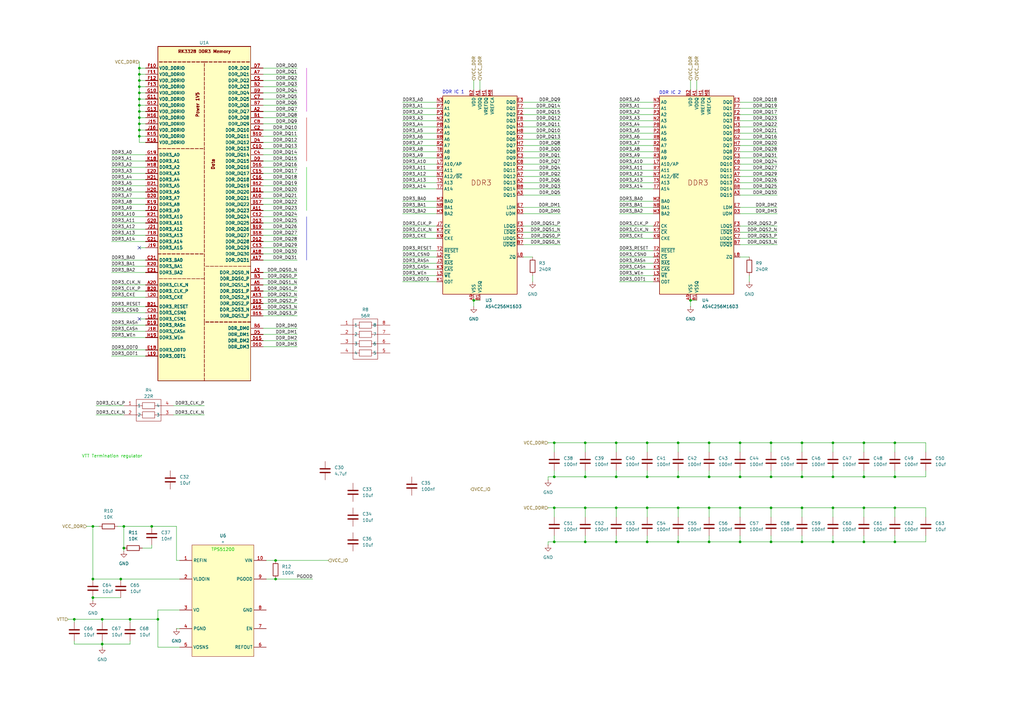
<source format=kicad_sch>
(kicad_sch (version 20250114) (generator "eeschema") (generator_version "9.0")
  (paper "A3")
  (lib_symbols
    (symbol "Device:C" (pin_numbers (hide yes)) (pin_names (offset 0.254))
      (property "Reference" "C" (at 0.635 2.54 0))
      (property "Value" "C" (at 0.635 -2.54 0))
      (symbol "C_1_1"
        (pin passive line (at 0 3.81 270) (length 2.794) (name "~") (number "1"))
        (pin passive line (at 0 -3.81 90) (length 2.794) (name "~") (number "2"))
      )
    )
    (symbol "Device:R" (pin_numbers (hide yes)) (pin_names (offset 0))
      (property "Reference" "R" (at 2.032 0 90))
      (property "Value" "R" (at 0 0 90))
      (symbol "R_1_1"
        (pin passive line (at 0 3.81 270) (length 1.27) (name "~") (number "1"))
        (pin passive line (at 0 -3.81 90) (length 1.27) (name "~") (number "2"))
      )
    )
    (symbol "Memory_RAM:AS4C256M16D3"
      (property "Reference" "U" (at -13.97 41.91 0))
      (property "Value" "AS4C256M16D3" (at 13.97 41.91 0))
      (symbol "AS4C256M16D3_0_1"
        (pin input line (at -17.78 38.1 0) (length 2.54) (name "A0") (number "N3"))
        (pin input line (at -17.78 35.56 0) (length 2.54) (name "A1") (number "P7"))
        (pin input line (at -17.78 33.02 0) (length 2.54) (name "A2") (number "P3"))
        (pin input line (at -17.78 30.48 0) (length 2.54) (name "A3") (number "N2"))
        (pin input line (at -17.78 27.94 0) (length 2.54) (name "A4") (number "P8"))
        (pin input line (at -17.78 25.4 0) (length 2.54) (name "A5") (number "P2"))
        (pin input line (at -17.78 22.86 0) (length 2.54) (name "A6") (number "R8"))
        (pin input line (at -17.78 20.32 0) (length 2.54) (name "A7") (number "R2"))
        (pin input line (at -17.78 17.78 0) (length 2.54) (name "A8") (number "T8"))
        (pin input line (at -17.78 15.24 0) (length 2.54) (name "A9") (number "R3"))
        (pin input line (at -17.78 12.7 0) (length 2.54) (name "A10/AP") (number "L7"))
        (pin input line (at -17.78 10.16 0) (length 2.54) (name "A11") (number "R7"))
        (pin input line (at -17.78 7.62 0) (length 2.54) (name "A12/~{BC}") (number "N7"))
        (pin input line (at -17.78 5.08 0) (length 2.54) (name "A13") (number "T3"))
        (pin input line (at -17.78 2.54 0) (length 2.54) (name "A14") (number "T7"))
        (pin input line (at -17.78 -22.86 0) (length 2.54) (name "~{RESET}") (number "T2"))
        (pin input line (at -17.78 -25.4 0) (length 2.54) (name "~{CS}") (number "L2"))
        (pin power_in line (at -2.54 43.18 270) (length 2.54) (name "VDD") (number "B2"))
        (pin passive line (at -2.54 43.18 270) (length 2.54) (hide yes) (name "VDD") (number "D9"))
        (pin passive line (at -2.54 43.18 270) (length 2.54) (hide yes) (name "VDD") (number "G7"))
        (pin passive line (at -2.54 43.18 270) (length 2.54) (hide yes) (name "VDD") (number "K2"))
        (pin passive line (at -2.54 43.18 270) (length 2.54) (hide yes) (name "VDD") (number "K8"))
        (pin passive line (at -2.54 43.18 270) (length 2.54) (hide yes) (name "VDD") (number "N1"))
        (pin passive line (at -2.54 43.18 270) (length 2.54) (hide yes) (name "VDD") (number "N9"))
        (pin passive line (at -2.54 43.18 270) (length 2.54) (hide yes) (name "VDD") (number "R1"))
        (pin passive line (at -2.54 43.18 270) (length 2.54) (hide yes) (name "VDD") (number "R9"))
        (pin power_in line (at -2.54 -43.18 90) (length 2.54) (name "VSS") (number "A9"))
        (pin passive line (at -2.54 -43.18 90) (length 2.54) (hide yes) (name "VSS") (number "B3"))
        (pin passive line (at -2.54 -43.18 90) (length 2.54) (hide yes) (name "VSS") (number "E1"))
        (pin passive line (at -2.54 -43.18 90) (length 2.54) (hide yes) (name "VSS") (number "G8"))
        (pin passive line (at -2.54 -43.18 90) (length 2.54) (hide yes) (name "VSS") (number "J2"))
        (pin passive line (at -2.54 -43.18 90) (length 2.54) (hide yes) (name "VSS") (number "J8"))
        (pin passive line (at -2.54 -43.18 90) (length 2.54) (hide yes) (name "VSS") (number "M1"))
        (pin passive line (at -2.54 -43.18 90) (length 2.54) (hide yes) (name "VSS") (number "M9"))
        (pin passive line (at -2.54 -43.18 90) (length 2.54) (hide yes) (name "VSS") (number "P1"))
        (pin passive line (at -2.54 -43.18 90) (length 2.54) (hide yes) (name "VSS") (number "P9"))
        (pin passive line (at -2.54 -43.18 90) (length 2.54) (hide yes) (name "VSS") (number "T1"))
        (pin passive line (at -2.54 -43.18 90) (length 2.54) (hide yes) (name "VSS") (number "T9"))
        (pin power_in line (at 0 43.18 270) (length 2.54) (name "VDDQ") (number "A1"))
        (pin passive line (at 0 43.18 270) (length 2.54) (hide yes) (name "VDDQ") (number "A8"))
        (pin passive line (at 0 43.18 270) (length 2.54) (hide yes) (name "VDDQ") (number "C1"))
        (pin passive line (at 0 43.18 270) (length 2.54) (hide yes) (name "VDDQ") (number "C9"))
        (pin passive line (at 0 43.18 270) (length 2.54) (hide yes) (name "VDDQ") (number "D2"))
        (pin passive line (at 0 43.18 270) (length 2.54) (hide yes) (name "VDDQ") (number "E9"))
        (pin passive line (at 0 43.18 270) (length 2.54) (hide yes) (name "VDDQ") (number "F1"))
        (pin passive line (at 0 43.18 270) (length 2.54) (hide yes) (name "VDDQ") (number "H2"))
        (pin passive line (at 0 43.18 270) (length 2.54) (hide yes) (name "VDDQ") (number "H9"))
        (pin power_in line (at 0 -43.18 90) (length 2.54) (name "VSSQ") (number "B1"))
        (pin passive line (at 0 -43.18 90) (length 2.54) (hide yes) (name "VSSQ") (number "B9"))
        (pin passive line (at 0 -43.18 90) (length 2.54) (hide yes) (name "VSSQ") (number "D1"))
        (pin passive line (at 0 -43.18 90) (length 2.54) (hide yes) (name "VSSQ") (number "D8"))
        (pin passive line (at 0 -43.18 90) (length 2.54) (hide yes) (name "VSSQ") (number "E2"))
        (pin passive line (at 0 -43.18 90) (length 2.54) (hide yes) (name "VSSQ") (number "E8"))
        (pin passive line (at 0 -43.18 90) (length 2.54) (hide yes) (name "VSSQ") (number "F9"))
        (pin passive line (at 0 -43.18 90) (length 2.54) (hide yes) (name "VSSQ") (number "G1"))
        (pin passive line (at 0 -43.18 90) (length 2.54) (hide yes) (name "VSSQ") (number "G9"))
        (pin power_in line (at 2.54 43.18 270) (length 2.54) (name "VREFDQ") (number "H1"))
        (pin bidirectional line (at 17.78 38.1 180) (length 2.54) (name "DQ0") (number "E3"))
        (pin bidirectional line (at 17.78 35.56 180) (length 2.54) (name "DQ1") (number "F7"))
        (pin bidirectional line (at 17.78 33.02 180) (length 2.54) (name "DQ2") (number "F2"))
        (pin bidirectional line (at 17.78 30.48 180) (length 2.54) (name "DQ3") (number "F8"))
        (pin bidirectional line (at 17.78 27.94 180) (length 2.54) (name "DQ4") (number "H3"))
        (pin bidirectional line (at 17.78 25.4 180) (length 2.54) (name "DQ5") (number "H8"))
        (pin bidirectional line (at 17.78 22.86 180) (length 2.54) (name "DQ6") (number "G2"))
        (pin bidirectional line (at 17.78 20.32 180) (length 2.54) (name "DQ7") (number "H7"))
      )
      (symbol "AS4C256M16D3_1_1"
        (text "DDR3" (at -3.81 3.81 0) (effects (font (size 2.1336 2.1336)) (justify left bottom)))
        (pin input line (at -17.78 -2.54 0) (length 2.54) (name "BA0") (number "M2"))
        (pin input line (at -17.78 -5.08 0) (length 2.54) (name "BA1") (number "N8"))
        (pin input line (at -17.78 -7.62 0) (length 2.54) (name "BA2") (number "M3"))
        (pin input line (at -17.78 -12.7 0) (length 2.54) (name "CK") (number "J7"))
        (pin input line (at -17.78 -15.24 0) (length 2.54) (name "~{CK}") (number "K7"))
        (pin input line (at -17.78 -17.78 0) (length 2.54) (name "CKE") (number "K9"))
        (pin input line (at -17.78 -27.94 0) (length 2.54) (name "~{RAS}") (number "J3"))
        (pin input line (at -17.78 -30.48 0) (length 2.54) (name "~{CAS}") (number "K3"))
        (pin input line (at -17.78 -33.02 0) (length 2.54) (name "~{WE}") (number "L3"))
        (pin input line (at -17.78 -35.56 0) (length 2.54) (name "ODT") (number "K1"))
        (pin power_in line (at 5.08 43.18 270) (length 2.54) (name "VREFCA") (number "M8"))
        (pin no_connect line (at 15.24 -27.94 180) (length 2.54) (hide yes) (name "NC") (number "J1"))
        (pin no_connect line (at 15.24 -30.48 180) (length 2.54) (hide yes) (name "NC") (number "J9"))
        (pin no_connect line (at 15.24 -33.02 180) (length 2.54) (hide yes) (name "NC") (number "L1"))
        (pin no_connect line (at 15.24 -35.56 180) (length 2.54) (hide yes) (name "NC") (number "L9"))
        (pin no_connect line (at 15.24 -38.1 180) (length 2.54) (hide yes) (name "NC") (number "M7"))
        (pin bidirectional line (at 17.78 17.78 180) (length 2.54) (name "DQ8") (number "D7"))
        (pin bidirectional line (at 17.78 15.24 180) (length 2.54) (name "DQ9") (number "C3"))
        (pin bidirectional line (at 17.78 12.7 180) (length 2.54) (name "DQ10") (number "C8"))
        (pin bidirectional line (at 17.78 10.16 180) (length 2.54) (name "DQ11") (number "C2"))
        (pin bidirectional line (at 17.78 7.62 180) (length 2.54) (name "DQ12") (number "A7"))
        (pin bidirectional line (at 17.78 5.08 180) (length 2.54) (name "DQ13") (number "A2"))
        (pin bidirectional line (at 17.78 2.54 180) (length 2.54) (name "DQ14") (number "B8"))
        (pin bidirectional line (at 17.78 0 180) (length 2.54) (name "DQ15") (number "A3"))
        (pin input line (at 17.78 -5.08 180) (length 2.54) (name "LDM") (number "E7"))
        (pin input line (at 17.78 -7.62 180) (length 2.54) (name "UDM") (number "D3"))
        (pin bidirectional line (at 17.78 -12.7 180) (length 2.54) (name "LDQS") (number "F3"))
        (pin bidirectional line (at 17.78 -15.24 180) (length 2.54) (name "~{LDQS}") (number "G3"))
        (pin bidirectional line (at 17.78 -17.78 180) (length 2.54) (name "UDQS") (number "C7"))
        (pin bidirectional line (at 17.78 -20.32 180) (length 2.54) (name "~{UDQS}") (number "B7"))
        (pin input line (at 17.78 -25.4 180) (length 2.54) (name "ZQ") (number "L8"))
      )
    )
    (symbol "RK3328:RK3328"
      (property "Reference" "U" (at 0 93.218 0))
      (symbol "RK3328_1_0"
        (pin input line (at 24.13 33.02 180) (length 5.08) (name "DDR_DQ0") (number "D7"))
        (pin input line (at 24.13 33.02 180) (length 5.08) (name "DDR_DQ0") (number "D7"))
        (pin input line (at 24.13 33.02 180) (length 5.08) (name "DDR_DQ0") (number "D7"))
        (pin input line (at 24.13 33.02 180) (length 5.08) (name "DDR_DQ0") (number "D7"))
        (pin input line (at 24.13 33.02 180) (length 5.08) (name "DDR_DQ0") (number "D7"))
        (pin input line (at 24.13 33.02 180) (length 5.08) (name "DDR_DQ0") (number "D7"))
        (pin input line (at 24.13 27.94 180) (length 5.08) (name "DDR_DQ2") (number "C5"))
        (pin input line (at 24.13 27.94 180) (length 5.08) (name "DDR_DQ2") (number "C5"))
        (pin input line (at 24.13 27.94 180) (length 5.08) (name "DDR_DQ2") (number "C5"))
        (pin input line (at 24.13 27.94 180) (length 5.08) (name "DDR_DQ2") (number "C5"))
        (pin input line (at 24.13 27.94 180) (length 5.08) (name "DDR_DQ2") (number "C5"))
        (pin input line (at 24.13 27.94 180) (length 5.08) (name "DDR_DQ2") (number "C5"))
        (pin input line (at 24.13 25.4 180) (length 5.08) (name "DDR_DQ3") (number "B2"))
        (pin input line (at 24.13 25.4 180) (length 5.08) (name "DDR_DQ3") (number "B2"))
        (pin input line (at 24.13 25.4 180) (length 5.08) (name "DDR_DQ3") (number "B2"))
        (pin input line (at 24.13 25.4 180) (length 5.08) (name "DDR_DQ3") (number "B2"))
        (pin input line (at 24.13 25.4 180) (length 5.08) (name "DDR_DQ3") (number "B2"))
        (pin input line (at 24.13 25.4 180) (length 5.08) (name "DDR_DQ3") (number "B2"))
        (pin input line (at 24.13 22.86 180) (length 5.08) (name "DDR_DQ4") (number "B9"))
        (pin input line (at 24.13 22.86 180) (length 5.08) (name "DDR_DQ4") (number "B9"))
        (pin input line (at 24.13 22.86 180) (length 5.08) (name "DDR_DQ4") (number "B9"))
        (pin input line (at 24.13 22.86 180) (length 5.08) (name "DDR_DQ4") (number "B9"))
        (pin input line (at 24.13 22.86 180) (length 5.08) (name "DDR_DQ4") (number "B9"))
        (pin input line (at 24.13 22.86 180) (length 5.08) (name "DDR_DQ4") (number "B9"))
        (pin input line (at 24.13 20.32 180) (length 5.08) (name "DDR_DQ5") (number "C7"))
        (pin input line (at 24.13 20.32 180) (length 5.08) (name "DDR_DQ5") (number "C7"))
        (pin input line (at 24.13 20.32 180) (length 5.08) (name "DDR_DQ5") (number "C7"))
        (pin input line (at 24.13 20.32 180) (length 5.08) (name "DDR_DQ5") (number "C7"))
        (pin input line (at 24.13 20.32 180) (length 5.08) (name "DDR_DQ5") (number "C7"))
        (pin input line (at 24.13 20.32 180) (length 5.08) (name "DDR_DQ5") (number "C7"))
        (pin input line (at 24.13 17.78 180) (length 5.08) (name "DDR_DQ6") (number "B7"))
        (pin input line (at 24.13 17.78 180) (length 5.08) (name "DDR_DQ6") (number "B7"))
        (pin input line (at 24.13 17.78 180) (length 5.08) (name "DDR_DQ6") (number "B7"))
        (pin input line (at 24.13 17.78 180) (length 5.08) (name "DDR_DQ6") (number "B7"))
        (pin input line (at 24.13 17.78 180) (length 5.08) (name "DDR_DQ6") (number "B7"))
        (pin input line (at 24.13 17.78 180) (length 5.08) (name "DDR_DQ6") (number "B7"))
        (pin input line (at 24.13 15.24 180) (length 5.08) (name "DDR_DQ7") (number "A2"))
        (pin input line (at 24.13 15.24 180) (length 5.08) (name "DDR_DQ7") (number "A2"))
        (pin input line (at 24.13 15.24 180) (length 5.08) (name "DDR_DQ7") (number "A2"))
        (pin input line (at 24.13 15.24 180) (length 5.08) (name "DDR_DQ7") (number "A2"))
        (pin input line (at 24.13 15.24 180) (length 5.08) (name "DDR_DQ7") (number "A2"))
        (pin input line (at 24.13 15.24 180) (length 5.08) (name "DDR_DQ7") (number "A2"))
        (pin input line (at 24.13 12.7 180) (length 5.08) (name "DDR_DQ8") (number "B1"))
        (pin input line (at 24.13 12.7 180) (length 5.08) (name "DDR_DQ8") (number "B1"))
        (pin input line (at 24.13 12.7 180) (length 5.08) (name "DDR_DQ8") (number "B1"))
        (pin input line (at 24.13 12.7 180) (length 5.08) (name "DDR_DQ8") (number "B1"))
        (pin input line (at 24.13 12.7 180) (length 5.08) (name "DDR_DQ8") (number "B1"))
        (pin input line (at 24.13 12.7 180) (length 5.08) (name "DDR_DQ8") (number "B1"))
        (pin input line (at 24.13 10.16 180) (length 5.08) (name "DDR_DQ9") (number "C8"))
        (pin input line (at 24.13 10.16 180) (length 5.08) (name "DDR_DQ9") (number "C8"))
        (pin input line (at 24.13 10.16 180) (length 5.08) (name "DDR_DQ9") (number "C8"))
        (pin input line (at 24.13 10.16 180) (length 5.08) (name "DDR_DQ9") (number "C8"))
        (pin input line (at 24.13 10.16 180) (length 5.08) (name "DDR_DQ9") (number "C8"))
        (pin input line (at 24.13 10.16 180) (length 5.08) (name "DDR_DQ9") (number "C8"))
        (pin input line (at 24.13 7.62 180) (length 5.08) (name "DDR_DQ10") (number "C2"))
        (pin input line (at 24.13 7.62 180) (length 5.08) (name "DDR_DQ10") (number "C2"))
        (pin input line (at 24.13 7.62 180) (length 5.08) (name "DDR_DQ10") (number "C2"))
        (pin input line (at 24.13 7.62 180) (length 5.08) (name "DDR_DQ10") (number "C2"))
        (pin input line (at 24.13 7.62 180) (length 5.08) (name "DDR_DQ10") (number "C2"))
        (pin input line (at 24.13 7.62 180) (length 5.08) (name "DDR_DQ10") (number "C2"))
        (pin input line (at 24.13 5.08 180) (length 5.08) (name "DDR_DQ11") (number "B10"))
        (pin input line (at 24.13 5.08 180) (length 5.08) (name "DDR_DQ11") (number "B10"))
        (pin input line (at 24.13 5.08 180) (length 5.08) (name "DDR_DQ11") (number "B10"))
        (pin input line (at 24.13 5.08 180) (length 5.08) (name "DDR_DQ11") (number "B10"))
        (pin input line (at 24.13 5.08 180) (length 5.08) (name "DDR_DQ11") (number "B10"))
        (pin input line (at 24.13 5.08 180) (length 5.08) (name "DDR_DQ11") (number "B10"))
        (pin input line (at 24.13 2.54 180) (length 5.08) (name "DDR_DQ12") (number "D4"))
        (pin input line (at 24.13 2.54 180) (length 5.08) (name "DDR_DQ12") (number "D4"))
        (pin input line (at 24.13 2.54 180) (length 5.08) (name "DDR_DQ12") (number "D4"))
        (pin input line (at 24.13 2.54 180) (length 5.08) (name "DDR_DQ12") (number "D4"))
        (pin input line (at 24.13 2.54 180) (length 5.08) (name "DDR_DQ12") (number "D4"))
        (pin input line (at 24.13 2.54 180) (length 5.08) (name "DDR_DQ12") (number "D4"))
        (pin input line (at 24.13 0 180) (length 5.08) (name "DDR_DQ13") (number "C10"))
        (pin input line (at 24.13 0 180) (length 5.08) (name "DDR_DQ13") (number "C10"))
        (pin input line (at 24.13 0 180) (length 5.08) (name "DDR_DQ13") (number "C10"))
        (pin input line (at 24.13 0 180) (length 5.08) (name "DDR_DQ13") (number "C10"))
        (pin input line (at 24.13 0 180) (length 5.08) (name "DDR_DQ13") (number "C10"))
        (pin input line (at 24.13 0 180) (length 5.08) (name "DDR_DQ13") (number "C10"))
        (pin input line (at 24.13 -2.54 180) (length 5.08) (name "DDR_DQ14") (number "C4"))
        (pin input line (at 24.13 -2.54 180) (length 5.08) (name "DDR_DQ14") (number "C4"))
        (pin input line (at 24.13 -2.54 180) (length 5.08) (name "DDR_DQ14") (number "C4"))
        (pin input line (at 24.13 -2.54 180) (length 5.08) (name "DDR_DQ14") (number "C4"))
        (pin input line (at 24.13 -2.54 180) (length 5.08) (name "DDR_DQ14") (number "C4"))
        (pin input line (at 24.13 -2.54 180) (length 5.08) (name "DDR_DQ14") (number "C4"))
        (pin input line (at 24.13 -5.08 180) (length 5.08) (name "DDR_DQ15") (number "D9"))
        (pin input line (at 24.13 -5.08 180) (length 5.08) (name "DDR_DQ15") (number "D9"))
        (pin input line (at 24.13 -5.08 180) (length 5.08) (name "DDR_DQ15") (number "D9"))
        (pin input line (at 24.13 -5.08 180) (length 5.08) (name "DDR_DQ15") (number "D9"))
        (pin input line (at 24.13 -5.08 180) (length 5.08) (name "DDR_DQ15") (number "D9"))
        (pin input line (at 24.13 -5.08 180) (length 5.08) (name "DDR_DQ15") (number "D9"))
        (pin input line (at 24.13 -7.62 180) (length 5.08) (name "DDR_DQ16") (number "D16"))
        (pin input line (at 24.13 -7.62 180) (length 5.08) (name "DDR_DQ16") (number "D16"))
        (pin input line (at 24.13 -7.62 180) (length 5.08) (name "DDR_DQ16") (number "D16"))
        (pin input line (at 24.13 -7.62 180) (length 5.08) (name "DDR_DQ16") (number "D16"))
        (pin input line (at 24.13 -7.62 180) (length 5.08) (name "DDR_DQ16") (number "D16"))
        (pin input line (at 24.13 -7.62 180) (length 5.08) (name "DDR_DQ16") (number "D16"))
        (pin input line (at 24.13 -10.16 180) (length 5.08) (name "DDR_DQ17") (number "C15"))
        (pin input line (at 24.13 -10.16 180) (length 5.08) (name "DDR_DQ17") (number "C15"))
        (pin input line (at 24.13 -10.16 180) (length 5.08) (name "DDR_DQ17") (number "C15"))
        (pin input line (at 24.13 -10.16 180) (length 5.08) (name "DDR_DQ17") (number "C15"))
        (pin input line (at 24.13 -10.16 180) (length 5.08) (name "DDR_DQ17") (number "C15"))
        (pin input line (at 24.13 -10.16 180) (length 5.08) (name "DDR_DQ17") (number "C15"))
        (pin input line (at 24.13 -12.7 180) (length 5.08) (name "DDR_DQ18") (number "C16"))
        (pin input line (at 24.13 -12.7 180) (length 5.08) (name "DDR_DQ18") (number "C16"))
        (pin input line (at 24.13 -12.7 180) (length 5.08) (name "DDR_DQ18") (number "C16"))
        (pin input line (at 24.13 -12.7 180) (length 5.08) (name "DDR_DQ18") (number "C16"))
        (pin input line (at 24.13 -12.7 180) (length 5.08) (name "DDR_DQ18") (number "C16"))
        (pin input line (at 24.13 -12.7 180) (length 5.08) (name "DDR_DQ18") (number "C16"))
        (pin input line (at 24.13 -15.24 180) (length 5.08) (name "DDR_DQ19") (number "B12"))
        (pin input line (at 24.13 -15.24 180) (length 5.08) (name "DDR_DQ19") (number "B12"))
        (pin input line (at 24.13 -15.24 180) (length 5.08) (name "DDR_DQ19") (number "B12"))
        (pin input line (at 24.13 -15.24 180) (length 5.08) (name "DDR_DQ19") (number "B12"))
        (pin input line (at 24.13 -15.24 180) (length 5.08) (name "DDR_DQ19") (number "B12"))
        (pin input line (at 24.13 -15.24 180) (length 5.08) (name "DDR_DQ19") (number "B12"))
        (pin input line (at 24.13 -17.78 180) (length 5.08) (name "DDR_DQ20") (number "B11"))
        (pin input line (at 24.13 -17.78 180) (length 5.08) (name "DDR_DQ20") (number "B11"))
        (pin input line (at 24.13 -17.78 180) (length 5.08) (name "DDR_DQ20") (number "B11"))
        (pin input line (at 24.13 -17.78 180) (length 5.08) (name "DDR_DQ20") (number "B11"))
        (pin input line (at 24.13 -17.78 180) (length 5.08) (name "DDR_DQ20") (number "B11"))
        (pin input line (at 24.13 -17.78 180) (length 5.08) (name "DDR_DQ20") (number "B11"))
        (pin input line (at 24.13 -20.32 180) (length 5.08) (name "DDR_DQ21") (number "A10"))
        (pin input line (at 24.13 -20.32 180) (length 5.08) (name "DDR_DQ21") (number "A10"))
        (pin input line (at 24.13 -20.32 180) (length 5.08) (name "DDR_DQ21") (number "A10"))
        (pin input line (at 24.13 -20.32 180) (length 5.08) (name "DDR_DQ21") (number "A10"))
        (pin input line (at 24.13 -20.32 180) (length 5.08) (name "DDR_DQ21") (number "A10"))
        (pin input line (at 24.13 -20.32 180) (length 5.08) (name "DDR_DQ21") (number "A10"))
        (pin input line (at 24.13 -22.86 180) (length 5.08) (name "DDR_DQ22") (number "B17"))
        (pin input line (at 24.13 -22.86 180) (length 5.08) (name "DDR_DQ22") (number "B17"))
        (pin input line (at 24.13 -22.86 180) (length 5.08) (name "DDR_DQ22") (number "B17"))
        (pin input line (at 24.13 -22.86 180) (length 5.08) (name "DDR_DQ22") (number "B17"))
        (pin input line (at 24.13 -22.86 180) (length 5.08) (name "DDR_DQ22") (number "B17"))
        (pin input line (at 24.13 -22.86 180) (length 5.08) (name "DDR_DQ22") (number "B17"))
        (pin input line (at 24.13 -25.4 180) (length 5.08) (name "DDR_DQ23") (number "A11"))
        (pin input line (at 24.13 -25.4 180) (length 5.08) (name "DDR_DQ23") (number "A11"))
        (pin input line (at 24.13 -25.4 180) (length 5.08) (name "DDR_DQ23") (number "A11"))
        (pin input line (at 24.13 -25.4 180) (length 5.08) (name "DDR_DQ23") (number "A11"))
        (pin input line (at 24.13 -25.4 180) (length 5.08) (name "DDR_DQ23") (number "A11"))
        (pin input line (at 24.13 -25.4 180) (length 5.08) (name "DDR_DQ23") (number "A11"))
        (pin input line (at 24.13 -27.94 180) (length 5.08) (name "DDR_DQ24") (number "C12"))
        (pin input line (at 24.13 -27.94 180) (length 5.08) (name "DDR_DQ24") (number "C12"))
        (pin input line (at 24.13 -27.94 180) (length 5.08) (name "DDR_DQ24") (number "C12"))
        (pin input line (at 24.13 -27.94 180) (length 5.08) (name "DDR_DQ24") (number "C12"))
        (pin input line (at 24.13 -27.94 180) (length 5.08) (name "DDR_DQ24") (number "C12"))
        (pin input line (at 24.13 -27.94 180) (length 5.08) (name "DDR_DQ24") (number "C12"))
        (pin input line (at 24.13 -30.48 180) (length 5.08) (name "DDR_DQ25") (number "D13"))
        (pin input line (at 24.13 -30.48 180) (length 5.08) (name "DDR_DQ25") (number "D13"))
        (pin input line (at 24.13 -30.48 180) (length 5.08) (name "DDR_DQ25") (number "D13"))
        (pin input line (at 24.13 -30.48 180) (length 5.08) (name "DDR_DQ25") (number "D13"))
        (pin input line (at 24.13 -30.48 180) (length 5.08) (name "DDR_DQ25") (number "D13"))
        (pin input line (at 24.13 -30.48 180) (length 5.08) (name "DDR_DQ25") (number "D13"))
        (pin input line (at 24.13 -33.02 180) (length 5.08) (name "DDR_DQ26") (number "B19"))
        (pin input line (at 24.13 -33.02 180) (length 5.08) (name "DDR_DQ26") (number "B19"))
        (pin input line (at 24.13 -33.02 180) (length 5.08) (name "DDR_DQ26") (number "B19"))
        (pin input line (at 24.13 -33.02 180) (length 5.08) (name "DDR_DQ26") (number "B19"))
        (pin input line (at 24.13 -33.02 180) (length 5.08) (name "DDR_DQ26") (number "B19"))
        (pin input line (at 24.13 -33.02 180) (length 5.08) (name "DDR_DQ26") (number "B19"))
        (pin input line (at 24.13 -35.56 180) (length 5.08) (name "DDR_DQ27") (number "B18"))
        (pin input line (at 24.13 -35.56 180) (length 5.08) (name "DDR_DQ27") (number "B18"))
        (pin input line (at 24.13 -35.56 180) (length 5.08) (name "DDR_DQ27") (number "B18"))
        (pin input line (at 24.13 -35.56 180) (length 5.08) (name "DDR_DQ27") (number "B18"))
        (pin input line (at 24.13 -35.56 180) (length 5.08) (name "DDR_DQ27") (number "B18"))
        (pin input line (at 24.13 -35.56 180) (length 5.08) (name "DDR_DQ27") (number "B18"))
        (pin input line (at 24.13 -38.1 180) (length 5.08) (name "DDR_DQ28") (number "D12"))
        (pin input line (at 24.13 -38.1 180) (length 5.08) (name "DDR_DQ28") (number "D12"))
        (pin input line (at 24.13 -38.1 180) (length 5.08) (name "DDR_DQ28") (number "D12"))
        (pin input line (at 24.13 -38.1 180) (length 5.08) (name "DDR_DQ28") (number "D12"))
        (pin input line (at 24.13 -38.1 180) (length 5.08) (name "DDR_DQ28") (number "D12"))
        (pin input line (at 24.13 -38.1 180) (length 5.08) (name "DDR_DQ28") (number "D12"))
        (pin input line (at 24.13 -40.64 180) (length 5.08) (name "DDR_DQ29") (number "C13"))
        (pin input line (at 24.13 -40.64 180) (length 5.08) (name "DDR_DQ29") (number "C13"))
        (pin input line (at 24.13 -40.64 180) (length 5.08) (name "DDR_DQ29") (number "C13"))
        (pin input line (at 24.13 -40.64 180) (length 5.08) (name "DDR_DQ29") (number "C13"))
        (pin input line (at 24.13 -40.64 180) (length 5.08) (name "DDR_DQ29") (number "C13"))
        (pin input line (at 24.13 -40.64 180) (length 5.08) (name "DDR_DQ29") (number "C13"))
        (pin input line (at 24.13 -43.18 180) (length 5.08) (name "DDR_DQ30") (number "A18"))
        (pin input line (at 24.13 -43.18 180) (length 5.08) (name "DDR_DQ30") (number "A18"))
        (pin input line (at 24.13 -43.18 180) (length 5.08) (name "DDR_DQ30") (number "A18"))
        (pin input line (at 24.13 -43.18 180) (length 5.08) (name "DDR_DQ30") (number "A18"))
        (pin input line (at 24.13 -43.18 180) (length 5.08) (name "DDR_DQ30") (number "A18"))
        (pin input line (at 24.13 -43.18 180) (length 5.08) (name "DDR_DQ30") (number "A18"))
        (pin input line (at 24.13 -45.72 180) (length 5.08) (name "DDR_DQ31") (number "A17"))
        (pin input line (at 24.13 -45.72 180) (length 5.08) (name "DDR_DQ31") (number "A17"))
        (pin input line (at 24.13 -45.72 180) (length 5.08) (name "DDR_DQ31") (number "A17"))
        (pin input line (at 24.13 -45.72 180) (length 5.08) (name "DDR_DQ31") (number "A17"))
        (pin input line (at 24.13 -45.72 180) (length 5.08) (name "DDR_DQ31") (number "A17"))
        (pin input line (at 24.13 -45.72 180) (length 5.08) (name "DDR_DQ31") (number "A17"))
      )
      (symbol "RK3328_1_1"
        (text "Power 1V5" (at -2.794 18.034 900) (effects (font (size 1.27 1.27))))
        (text "Power 1V5" (at -2.794 18.034 900) (effects (font (size 1.27 1.27))))
        (text "Power 1V5" (at -2.794 18.034 900) (effects (font (size 1.27 1.27))))
        (text "Power 1V5" (at -2.794 18.034 900) (effects (font (size 1.27 1.27))))
        (text "Power 1V5" (at -2.794 18.034 900) (effects (font (size 1.27 1.27))))
        (text "Power 1V5" (at -2.794 18.034 900) (effects (font (size 1.27 1.27))))
        (text "RK3328 DDR3 Memory" (at 0 39.878 0) (effects (font (size 1.27 1.27))))
        (text "RK3328 DDR3 Memory" (at 0 39.878 0) (effects (font (size 1.27 1.27))))
        (text "RK3328 DDR3 Memory" (at 0 39.878 0) (effects (font (size 1.27 1.27))))
        (text "RK3328 DDR3 Memory" (at 0 39.878 0) (effects (font (size 1.27 1.27))))
        (text "RK3328 DDR3 Memory" (at 0 39.878 0) (effects (font (size 1.27 1.27))))
        (text "RK3328 DDR3 Memory" (at 0 39.878 0) (effects (font (size 1.27 1.27))))
        (text "Data" (at 3.556 -6.35 900) (effects (font (size 1.27 1.27))))
        (text "Data" (at 3.556 -6.35 900) (effects (font (size 1.27 1.27))))
        (text "Data" (at 3.556 -6.35 900) (effects (font (size 1.27 1.27))))
        (text "Data" (at 3.556 -6.35 900) (effects (font (size 1.27 1.27))))
        (text "Data" (at 3.556 -6.35 900) (effects (font (size 1.27 1.27))))
        (text "Data" (at 3.556 -6.35 900) (effects (font (size 1.27 1.27))))
        (pin input line (at -24.13 33.02 0) (length 5.08) (name "VDD_DDRIO") (number "F10"))
        (pin input line (at -24.13 33.02 0) (length 5.08) (name "VDD_DDRIO") (number "F10"))
        (pin input line (at -24.13 33.02 0) (length 5.08) (name "VDD_DDRIO") (number "F10"))
        (pin input line (at -24.13 33.02 0) (length 5.08) (name "VDD_DDRIO") (number "F10"))
        (pin input line (at -24.13 33.02 0) (length 5.08) (name "VDD_DDRIO") (number "F10"))
        (pin input line (at -24.13 33.02 0) (length 5.08) (name "VDD_DDRIO") (number "F10"))
        (pin input line (at -24.13 30.48 0) (length 5.08) (name "VDD_DDRIO") (number "F11"))
        (pin input line (at -24.13 30.48 0) (length 5.08) (name "VDD_DDRIO") (number "F11"))
        (pin input line (at -24.13 30.48 0) (length 5.08) (name "VDD_DDRIO") (number "F11"))
        (pin input line (at -24.13 30.48 0) (length 5.08) (name "VDD_DDRIO") (number "F11"))
        (pin input line (at -24.13 30.48 0) (length 5.08) (name "VDD_DDRIO") (number "F11"))
        (pin input line (at -24.13 30.48 0) (length 5.08) (name "VDD_DDRIO") (number "F11"))
        (pin input line (at -24.13 27.94 0) (length 5.08) (name "VDD_DDRIO") (number "F12"))
        (pin input line (at -24.13 27.94 0) (length 5.08) (name "VDD_DDRIO") (number "F12"))
        (pin input line (at -24.13 27.94 0) (length 5.08) (name "VDD_DDRIO") (number "F12"))
        (pin input line (at -24.13 27.94 0) (length 5.08) (name "VDD_DDRIO") (number "F12"))
        (pin input line (at -24.13 27.94 0) (length 5.08) (name "VDD_DDRIO") (number "F12"))
        (pin input line (at -24.13 27.94 0) (length 5.08) (name "VDD_DDRIO") (number "F12"))
        (pin input line (at -24.13 25.4 0) (length 5.08) (name "VDD_DDRIO") (number "F13"))
        (pin input line (at -24.13 25.4 0) (length 5.08) (name "VDD_DDRIO") (number "F13"))
        (pin input line (at -24.13 25.4 0) (length 5.08) (name "VDD_DDRIO") (number "F13"))
        (pin input line (at -24.13 25.4 0) (length 5.08) (name "VDD_DDRIO") (number "F13"))
        (pin input line (at -24.13 25.4 0) (length 5.08) (name "VDD_DDRIO") (number "F13"))
        (pin input line (at -24.13 25.4 0) (length 5.08) (name "VDD_DDRIO") (number "F13"))
        (pin input line (at -24.13 22.86 0) (length 5.08) (name "VDD_DDRIO") (number "G10"))
        (pin input line (at -24.13 22.86 0) (length 5.08) (name "VDD_DDRIO") (number "G10"))
        (pin input line (at -24.13 22.86 0) (length 5.08) (name "VDD_DDRIO") (number "G10"))
        (pin input line (at -24.13 22.86 0) (length 5.08) (name "VDD_DDRIO") (number "G10"))
        (pin input line (at -24.13 22.86 0) (length 5.08) (name "VDD_DDRIO") (number "G10"))
        (pin input line (at -24.13 22.86 0) (length 5.08) (name "VDD_DDRIO") (number "G10"))
        (pin input line (at -24.13 20.32 0) (length 5.08) (name "VDD_DDRIO") (number "G11"))
        (pin input line (at -24.13 20.32 0) (length 5.08) (name "VDD_DDRIO") (number "G11"))
        (pin input line (at -24.13 20.32 0) (length 5.08) (name "VDD_DDRIO") (number "G11"))
        (pin input line (at -24.13 20.32 0) (length 5.08) (name "VDD_DDRIO") (number "G11"))
        (pin input line (at -24.13 20.32 0) (length 5.08) (name "VDD_DDRIO") (number "G11"))
        (pin input line (at -24.13 20.32 0) (length 5.08) (name "VDD_DDRIO") (number "G11"))
        (pin input line (at -24.13 17.78 0) (length 5.08) (name "VDD_DDRIO") (number "G12"))
        (pin input line (at -24.13 17.78 0) (length 5.08) (name "VDD_DDRIO") (number "G12"))
        (pin input line (at -24.13 17.78 0) (length 5.08) (name "VDD_DDRIO") (number "G12"))
        (pin input line (at -24.13 17.78 0) (length 5.08) (name "VDD_DDRIO") (number "G12"))
        (pin input line (at -24.13 17.78 0) (length 5.08) (name "VDD_DDRIO") (number "G12"))
        (pin input line (at -24.13 17.78 0) (length 5.08) (name "VDD_DDRIO") (number "G12"))
        (pin input line (at -24.13 15.24 0) (length 5.08) (name "VDD_DDRIO") (number "G13"))
        (pin input line (at -24.13 15.24 0) (length 5.08) (name "VDD_DDRIO") (number "G13"))
        (pin input line (at -24.13 15.24 0) (length 5.08) (name "VDD_DDRIO") (number "G13"))
        (pin input line (at -24.13 15.24 0) (length 5.08) (name "VDD_DDRIO") (number "G13"))
        (pin input line (at -24.13 15.24 0) (length 5.08) (name "VDD_DDRIO") (number "G13"))
        (pin input line (at -24.13 15.24 0) (length 5.08) (name "VDD_DDRIO") (number "G13"))
        (pin input line (at -24.13 12.7 0) (length 5.08) (name "VDD_DDRIO") (number "H16"))
        (pin input line (at -24.13 12.7 0) (length 5.08) (name "VDD_DDRIO") (number "H16"))
        (pin input line (at -24.13 12.7 0) (length 5.08) (name "VDD_DDRIO") (number "H16"))
        (pin input line (at -24.13 12.7 0) (length 5.08) (name "VDD_DDRIO") (number "H16"))
        (pin input line (at -24.13 12.7 0) (length 5.08) (name "VDD_DDRIO") (number "H16"))
        (pin input line (at -24.13 12.7 0) (length 5.08) (name "VDD_DDRIO") (number "H16"))
        (pin input line (at -24.13 10.16 0) (length 5.08) (name "VDD_DDRIO") (number "J15"))
        (pin input line (at -24.13 10.16 0) (length 5.08) (name "VDD_DDRIO") (number "J15"))
        (pin input line (at -24.13 10.16 0) (length 5.08) (name "VDD_DDRIO") (number "J15"))
        (pin input line (at -24.13 10.16 0) (length 5.08) (name "VDD_DDRIO") (number "J15"))
        (pin input line (at -24.13 10.16 0) (length 5.08) (name "VDD_DDRIO") (number "J15"))
        (pin input line (at -24.13 10.16 0) (length 5.08) (name "VDD_DDRIO") (number "J15"))
        (pin input line (at -24.13 7.62 0) (length 5.08) (name "VDD_DDRIO") (number "J16"))
        (pin input line (at -24.13 7.62 0) (length 5.08) (name "VDD_DDRIO") (number "J16"))
        (pin input line (at -24.13 7.62 0) (length 5.08) (name "VDD_DDRIO") (number "J16"))
        (pin input line (at -24.13 7.62 0) (length 5.08) (name "VDD_DDRIO") (number "J16"))
        (pin input line (at -24.13 7.62 0) (length 5.08) (name "VDD_DDRIO") (number "J16"))
        (pin input line (at -24.13 7.62 0) (length 5.08) (name "VDD_DDRIO") (number "J16"))
        (pin input line (at -24.13 5.08 0) (length 5.08) (name "VDD_DDRIO") (number "K15"))
        (pin input line (at -24.13 5.08 0) (length 5.08) (name "VDD_DDRIO") (number "K15"))
        (pin input line (at -24.13 5.08 0) (length 5.08) (name "VDD_DDRIO") (number "K15"))
        (pin input line (at -24.13 5.08 0) (length 5.08) (name "VDD_DDRIO") (number "K15"))
        (pin input line (at -24.13 5.08 0) (length 5.08) (name "VDD_DDRIO") (number "K15"))
        (pin input line (at -24.13 5.08 0) (length 5.08) (name "VDD_DDRIO") (number "K15"))
        (pin input line (at -24.13 2.54 0) (length 5.08) (name "VDD_DDRIO") (number "K16"))
        (pin input line (at -24.13 2.54 0) (length 5.08) (name "VDD_DDRIO") (number "K16"))
        (pin input line (at -24.13 2.54 0) (length 5.08) (name "VDD_DDRIO") (number "K16"))
        (pin input line (at -24.13 2.54 0) (length 5.08) (name "VDD_DDRIO") (number "K16"))
        (pin input line (at -24.13 2.54 0) (length 5.08) (name "VDD_DDRIO") (number "K16"))
        (pin input line (at -24.13 2.54 0) (length 5.08) (name "VDD_DDRIO") (number "K16"))
        (pin input line (at -24.13 -2.54 0) (length 5.08) (name "DDR3_A0") (number "G19"))
        (pin input line (at -24.13 -2.54 0) (length 5.08) (name "DDR3_A0") (number "G19"))
        (pin input line (at -24.13 -2.54 0) (length 5.08) (name "DDR3_A0") (number "G19"))
        (pin input line (at -24.13 -2.54 0) (length 5.08) (name "DDR3_A0") (number "G19"))
        (pin input line (at -24.13 -2.54 0) (length 5.08) (name "DDR3_A0") (number "G19"))
        (pin input line (at -24.13 -2.54 0) (length 5.08) (name "DDR3_A0") (number "G19"))
        (pin input line (at -24.13 -5.08 0) (length 5.08) (name "DDR3_A1") (number "K18"))
        (pin input line (at -24.13 -5.08 0) (length 5.08) (name "DDR3_A1") (number "K18"))
        (pin input line (at -24.13 -5.08 0) (length 5.08) (name "DDR3_A1") (number "K18"))
        (pin input line (at -24.13 -5.08 0) (length 5.08) (name "DDR3_A1") (number "K18"))
        (pin input line (at -24.13 -5.08 0) (length 5.08) (name "DDR3_A1") (number "K18"))
        (pin input line (at -24.13 -5.08 0) (length 5.08) (name "DDR3_A1") (number "K18"))
        (pin input line (at -24.13 -7.62 0) (length 5.08) (name "DDR3_A2") (number "H18"))
        (pin input line (at -24.13 -7.62 0) (length 5.08) (name "DDR3_A2") (number "H18"))
        (pin input line (at -24.13 -7.62 0) (length 5.08) (name "DDR3_A2") (number "H18"))
        (pin input line (at -24.13 -7.62 0) (length 5.08) (name "DDR3_A2") (number "H18"))
        (pin input line (at -24.13 -7.62 0) (length 5.08) (name "DDR3_A2") (number "H18"))
        (pin input line (at -24.13 -7.62 0) (length 5.08) (name "DDR3_A2") (number "H18"))
        (pin input line (at -24.13 -10.16 0) (length 5.08) (name "DDR3_A3") (number "E20"))
        (pin input line (at -24.13 -10.16 0) (length 5.08) (name "DDR3_A3") (number "E20"))
        (pin input line (at -24.13 -10.16 0) (length 5.08) (name "DDR3_A3") (number "E20"))
        (pin input line (at -24.13 -10.16 0) (length 5.08) (name "DDR3_A3") (number "E20"))
        (pin input line (at -24.13 -10.16 0) (length 5.08) (name "DDR3_A3") (number "E20"))
        (pin input line (at -24.13 -10.16 0) (length 5.08) (name "DDR3_A3") (number "E20"))
        (pin input line (at -24.13 -12.7 0) (length 5.08) (name "DDR3_A4") (number "H21"))
        (pin input line (at -24.13 -12.7 0) (length 5.08) (name "DDR3_A4") (number "H21"))
        (pin input line (at -24.13 -12.7 0) (length 5.08) (name "DDR3_A4") (number "H21"))
        (pin input line (at -24.13 -12.7 0) (length 5.08) (name "DDR3_A4") (number "H21"))
        (pin input line (at -24.13 -12.7 0) (length 5.08) (name "DDR3_A4") (number "H21"))
        (pin input line (at -24.13 -12.7 0) (length 5.08) (name "DDR3_A4") (number "H21"))
        (pin input line (at -24.13 -15.24 0) (length 5.08) (name "DDR3_A5") (number "D21"))
        (pin input line (at -24.13 -15.24 0) (length 5.08) (name "DDR3_A5") (number "D21"))
        (pin input line (at -24.13 -15.24 0) (length 5.08) (name "DDR3_A5") (number "D21"))
        (pin input line (at -24.13 -15.24 0) (length 5.08) (name "DDR3_A5") (number "D21"))
        (pin input line (at -24.13 -15.24 0) (length 5.08) (name "DDR3_A5") (number "D21"))
        (pin input line (at -24.13 -15.24 0) (length 5.08) (name "DDR3_A5") (number "D21"))
        (pin input line (at -24.13 -17.78 0) (length 5.08) (name "DDR3_A6") (number "H20"))
        (pin input line (at -24.13 -17.78 0) (length 5.08) (name "DDR3_A6") (number "H20"))
        (pin input line (at -24.13 -17.78 0) (length 5.08) (name "DDR3_A6") (number "H20"))
        (pin input line (at -24.13 -17.78 0) (length 5.08) (name "DDR3_A6") (number "H20"))
        (pin input line (at -24.13 -17.78 0) (length 5.08) (name "DDR3_A6") (number "H20"))
        (pin input line (at -24.13 -17.78 0) (length 5.08) (name "DDR3_A6") (number "H20"))
        (pin input line (at -24.13 -20.32 0) (length 5.08) (name "DDR3_A7") (number "D20"))
        (pin input line (at -24.13 -20.32 0) (length 5.08) (name "DDR3_A7") (number "D20"))
        (pin input line (at -24.13 -20.32 0) (length 5.08) (name "DDR3_A7") (number "D20"))
        (pin input line (at -24.13 -20.32 0) (length 5.08) (name "DDR3_A7") (number "D20"))
        (pin input line (at -24.13 -20.32 0) (length 5.08) (name "DDR3_A7") (number "D20"))
        (pin input line (at -24.13 -20.32 0) (length 5.08) (name "DDR3_A7") (number "D20"))
        (pin input line (at -24.13 -22.86 0) (length 5.08) (name "DDR3_A8") (number "K19"))
        (pin input line (at -24.13 -22.86 0) (length 5.08) (name "DDR3_A8") (number "K19"))
        (pin input line (at -24.13 -22.86 0) (length 5.08) (name "DDR3_A8") (number "K19"))
        (pin input line (at -24.13 -22.86 0) (length 5.08) (name "DDR3_A8") (number "K19"))
        (pin input line (at -24.13 -22.86 0) (length 5.08) (name "DDR3_A8") (number "K19"))
        (pin input line (at -24.13 -22.86 0) (length 5.08) (name "DDR3_A8") (number "K19"))
        (pin input line (at -24.13 -25.4 0) (length 5.08) (name "DDR3_A9") (number "F19"))
        (pin input line (at -24.13 -25.4 0) (length 5.08) (name "DDR3_A9") (number "F19"))
        (pin input line (at -24.13 -25.4 0) (length 5.08) (name "DDR3_A9") (number "F19"))
        (pin input line (at -24.13 -25.4 0) (length 5.08) (name "DDR3_A9") (number "F19"))
        (pin input line (at -24.13 -25.4 0) (length 5.08) (name "DDR3_A9") (number "F19"))
        (pin input line (at -24.13 -25.4 0) (length 5.08) (name "DDR3_A9") (number "F19"))
        (pin input line (at -24.13 -27.94 0) (length 5.08) (name "DDR3_A10") (number "K21"))
        (pin input line (at -24.13 -27.94 0) (length 5.08) (name "DDR3_A10") (number "K21"))
        (pin input line (at -24.13 -27.94 0) (length 5.08) (name "DDR3_A10") (number "K21"))
        (pin input line (at -24.13 -27.94 0) (length 5.08) (name "DDR3_A10") (number "K21"))
        (pin input line (at -24.13 -27.94 0) (length 5.08) (name "DDR3_A10") (number "K21"))
        (pin input line (at -24.13 -27.94 0) (length 5.08) (name "DDR3_A10") (number "K21"))
        (pin input line (at -24.13 -30.48 0) (length 5.08) (name "DDR3_A11") (number "G20"))
        (pin input line (at -24.13 -30.48 0) (length 5.08) (name "DDR3_A11") (number "G20"))
        (pin input line (at -24.13 -30.48 0) (length 5.08) (name "DDR3_A11") (number "G20"))
        (pin input line (at -24.13 -30.48 0) (length 5.08) (name "DDR3_A11") (number "G20"))
        (pin input line (at -24.13 -30.48 0) (length 5.08) (name "DDR3_A11") (number "G20"))
        (pin input line (at -24.13 -30.48 0) (length 5.08) (name "DDR3_A11") (number "G20"))
        (pin input line (at -24.13 -33.02 0) (length 5.08) (name "DDR3_A12") (number "J21"))
        (pin input line (at -24.13 -33.02 0) (length 5.08) (name "DDR3_A12") (number "J21"))
        (pin input line (at -24.13 -33.02 0) (length 5.08) (name "DDR3_A12") (number "J21"))
        (pin input line (at -24.13 -33.02 0) (length 5.08) (name "DDR3_A12") (number "J21"))
        (pin input line (at -24.13 -33.02 0) (length 5.08) (name "DDR3_A12") (number "J21"))
        (pin input line (at -24.13 -33.02 0) (length 5.08) (name "DDR3_A12") (number "J21"))
        (pin input line (at -24.13 -35.56 0) (length 5.08) (name "DDR3_A13") (number "F18"))
        (pin input line (at -24.13 -35.56 0) (length 5.08) (name "DDR3_A13") (number "F18"))
        (pin input line (at -24.13 -35.56 0) (length 5.08) (name "DDR3_A13") (number "F18"))
        (pin input line (at -24.13 -35.56 0) (length 5.08) (name "DDR3_A13") (number "F18"))
        (pin input line (at -24.13 -35.56 0) (length 5.08) (name "DDR3_A13") (number "F18"))
        (pin input line (at -24.13 -35.56 0) (length 5.08) (name "DDR3_A13") (number "F18"))
        (pin input line (at -24.13 -38.1 0) (length 5.08) (name "DDR3_A14") (number "G21"))
        (pin input line (at -24.13 -38.1 0) (length 5.08) (name "DDR3_A14") (number "G21"))
        (pin input line (at -24.13 -38.1 0) (length 5.08) (name "DDR3_A14") (number "G21"))
        (pin input line (at -24.13 -38.1 0) (length 5.08) (name "DDR3_A14") (number "G21"))
        (pin input line (at -24.13 -38.1 0) (length 5.08) (name "DDR3_A14") (number "G21"))
        (pin input line (at -24.13 -38.1 0) (length 5.08) (name "DDR3_A14") (number "G21"))
        (pin input line (at -24.13 -40.64 0) (length 5.08) (name "DDR3_A15") (number "J19"))
        (pin input line (at -24.13 -40.64 0) (length 5.08) (name "DDR3_A15") (number "J19"))
        (pin input line (at -24.13 -40.64 0) (length 5.08) (name "DDR3_A15") (number "J19"))
        (pin input line (at -24.13 -40.64 0) (length 5.08) (name "DDR3_A15") (number "J19"))
        (pin input line (at -24.13 -40.64 0) (length 5.08) (name "DDR3_A15") (number "J19"))
        (pin input line (at -24.13 -40.64 0) (length 5.08) (name "DDR3_A15") (number "J19"))
        (pin input line (at -24.13 -45.72 0) (length 5.08) (name "DDR3_BA0") (number "C21"))
        (pin input line (at -24.13 -45.72 0) (length 5.08) (name "DDR3_BA0") (number "C21"))
        (pin input line (at -24.13 -45.72 0) (length 5.08) (name "DDR3_BA0") (number "C21"))
        (pin input line (at -24.13 -45.72 0) (length 5.08) (name "DDR3_BA0") (number "C21"))
        (pin input line (at -24.13 -45.72 0) (length 5.08) (name "DDR3_BA0") (number "C21"))
        (pin input line (at -24.13 -45.72 0) (length 5.08) (name "DDR3_BA0") (number "C21"))
        (pin input line (at -24.13 -48.26 0) (length 5.08) (name "DDR3_BA1") (number "K20"))
        (pin input line (at -24.13 -48.26 0) (length 5.08) (name "DDR3_BA1") (number "K20"))
        (pin input line (at -24.13 -48.26 0) (length 5.08) (name "DDR3_BA1") (number "K20"))
        (pin input line (at -24.13 -48.26 0) (length 5.08) (name "DDR3_BA1") (number "K20"))
        (pin input line (at -24.13 -48.26 0) (length 5.08) (name "DDR3_BA1") (number "K20"))
        (pin input line (at -24.13 -48.26 0) (length 5.08) (name "DDR3_BA1") (number "K20"))
        (pin input line (at -24.13 -50.8 0) (length 5.08) (name "DDR3_BA2") (number "E21"))
        (pin input line (at -24.13 -50.8 0) (length 5.08) (name "DDR3_BA2") (number "E21"))
        (pin input line (at -24.13 -50.8 0) (length 5.08) (name "DDR3_BA2") (number "E21"))
        (pin input line (at -24.13 -50.8 0) (length 5.08) (name "DDR3_BA2") (number "E21"))
        (pin input line (at -24.13 -50.8 0) (length 5.08) (name "DDR3_BA2") (number "E21"))
        (pin input line (at -24.13 -50.8 0) (length 5.08) (name "DDR3_BA2") (number "E21"))
        (pin input line (at -24.13 -55.88 0) (length 5.08) (name "DDR3_CLK_N") (number "A20"))
        (pin input line (at -24.13 -55.88 0) (length 5.08) (name "DDR3_CLK_N") (number "A20"))
        (pin input line (at -24.13 -55.88 0) (length 5.08) (name "DDR3_CLK_N") (number "A20"))
        (pin input line (at -24.13 -55.88 0) (length 5.08) (name "DDR3_CLK_N") (number "A20"))
        (pin input line (at -24.13 -55.88 0) (length 5.08) (name "DDR3_CLK_N") (number "A20"))
        (pin input line (at -24.13 -55.88 0) (length 5.08) (name "DDR3_CLK_N") (number "A20"))
        (pin input line (at -24.13 -58.42 0) (length 5.08) (name "DDR3_CLK_P") (number "B20"))
        (pin input line (at -24.13 -58.42 0) (length 5.08) (name "DDR3_CLK_P") (number "B20"))
        (pin input line (at -24.13 -58.42 0) (length 5.08) (name "DDR3_CLK_P") (number "B20"))
        (pin input line (at -24.13 -58.42 0) (length 5.08) (name "DDR3_CLK_P") (number "B20"))
        (pin input line (at -24.13 -58.42 0) (length 5.08) (name "DDR3_CLK_P") (number "B20"))
        (pin input line (at -24.13 -58.42 0) (length 5.08) (name "DDR3_CLK_P") (number "B20"))
        (pin input line (at -24.13 -60.96 0) (length 5.08) (name "DDR3_CKE") (number "L20"))
        (pin input line (at -24.13 -60.96 0) (length 5.08) (name "DDR3_CKE") (number "L20"))
        (pin input line (at -24.13 -60.96 0) (length 5.08) (name "DDR3_CKE") (number "L20"))
        (pin input line (at -24.13 -60.96 0) (length 5.08) (name "DDR3_CKE") (number "L20"))
        (pin input line (at -24.13 -60.96 0) (length 5.08) (name "DDR3_CKE") (number "L20"))
        (pin input line (at -24.13 -60.96 0) (length 5.08) (name "DDR3_CKE") (number "L20"))
        (pin input line (at -24.13 -64.77 0) (length 5.08) (name "DDR3_RESET") (number "B21"))
        (pin input line (at -24.13 -64.77 0) (length 5.08) (name "DDR3_RESET") (number "B21"))
        (pin input line (at -24.13 -64.77 0) (length 5.08) (name "DDR3_RESET") (number "B21"))
        (pin input line (at -24.13 -64.77 0) (length 5.08) (name "DDR3_RESET") (number "B21"))
        (pin input line (at -24.13 -64.77 0) (length 5.08) (name "DDR3_RESET") (number "B21"))
        (pin input line (at -24.13 -64.77 0) (length 5.08) (name "DDR3_RESET") (number "B21"))
        (pin input line (at -24.13 -67.31 0) (length 5.08) (name "DDR3_CSN0") (number "C20"))
        (pin input line (at -24.13 -67.31 0) (length 5.08) (name "DDR3_CSN0") (number "C20"))
        (pin input line (at -24.13 -67.31 0) (length 5.08) (name "DDR3_CSN0") (number "C20"))
        (pin input line (at -24.13 -67.31 0) (length 5.08) (name "DDR3_CSN0") (number "C20"))
        (pin input line (at -24.13 -67.31 0) (length 5.08) (name "DDR3_CSN0") (number "C20"))
        (pin input line (at -24.13 -67.31 0) (length 5.08) (name "DDR3_CSN0") (number "C20"))
        (pin input line (at -24.13 -69.85 0) (length 5.08) (name "DDR3_CSN1") (number "L18"))
        (pin input line (at -24.13 -69.85 0) (length 5.08) (name "DDR3_CSN1") (number "L18"))
        (pin input line (at -24.13 -69.85 0) (length 5.08) (name "DDR3_CSN1") (number "L18"))
        (pin input line (at -24.13 -69.85 0) (length 5.08) (name "DDR3_CSN1") (number "L18"))
        (pin input line (at -24.13 -69.85 0) (length 5.08) (name "DDR3_CSN1") (number "L18"))
        (pin input line (at -24.13 -69.85 0) (length 5.08) (name "DDR3_CSN1") (number "L18"))
        (pin input line (at -24.13 -72.39 0) (length 5.08) (name "DDR3_RASn") (number "D19"))
        (pin input line (at -24.13 -72.39 0) (length 5.08) (name "DDR3_RASn") (number "D19"))
        (pin input line (at -24.13 -72.39 0) (length 5.08) (name "DDR3_RASn") (number "D19"))
        (pin input line (at -24.13 -72.39 0) (length 5.08) (name "DDR3_RASn") (number "D19"))
        (pin input line (at -24.13 -72.39 0) (length 5.08) (name "DDR3_RASn") (number "D19"))
        (pin input line (at -24.13 -72.39 0) (length 5.08) (name "DDR3_RASn") (number "D19"))
        (pin input line (at -24.13 -74.93 0) (length 5.08) (name "DDR3_CASn") (number "J18"))
        (pin input line (at -24.13 -74.93 0) (length 5.08) (name "DDR3_CASn") (number "J18"))
        (pin input line (at -24.13 -74.93 0) (length 5.08) (name "DDR3_CASn") (number "J18"))
        (pin input line (at -24.13 -74.93 0) (length 5.08) (name "DDR3_CASn") (number "J18"))
        (pin input line (at -24.13 -74.93 0) (length 5.08) (name "DDR3_CASn") (number "J18"))
        (pin input line (at -24.13 -74.93 0) (length 5.08) (name "DDR3_CASn") (number "J18"))
        (pin input line (at -24.13 -77.47 0) (length 5.08) (name "DDR3_WEn") (number "H19"))
        (pin input line (at -24.13 -77.47 0) (length 5.08) (name "DDR3_WEn") (number "H19"))
        (pin input line (at -24.13 -77.47 0) (length 5.08) (name "DDR3_WEn") (number "H19"))
        (pin input line (at -24.13 -77.47 0) (length 5.08) (name "DDR3_WEn") (number "H19"))
        (pin input line (at -24.13 -77.47 0) (length 5.08) (name "DDR3_WEn") (number "H19"))
        (pin input line (at -24.13 -77.47 0) (length 5.08) (name "DDR3_WEn") (number "H19"))
        (pin input line (at -24.13 -82.55 0) (length 5.08) (name "DDR3_ODT0") (number "E18"))
        (pin input line (at -24.13 -82.55 0) (length 5.08) (name "DDR3_ODT0") (number "E18"))
        (pin input line (at -24.13 -82.55 0) (length 5.08) (name "DDR3_ODT0") (number "E18"))
        (pin input line (at -24.13 -82.55 0) (length 5.08) (name "DDR3_ODT0") (number "E18"))
        (pin input line (at -24.13 -82.55 0) (length 5.08) (name "DDR3_ODT0") (number "E18"))
        (pin input line (at -24.13 -82.55 0) (length 5.08) (name "DDR3_ODT0") (number "E18"))
        (pin input line (at -24.13 -85.09 0) (length 5.08) (name "DDR3_ODT1") (number "L19"))
        (pin input line (at -24.13 -85.09 0) (length 5.08) (name "DDR3_ODT1") (number "L19"))
        (pin input line (at -24.13 -85.09 0) (length 5.08) (name "DDR3_ODT1") (number "L19"))
        (pin input line (at -24.13 -85.09 0) (length 5.08) (name "DDR3_ODT1") (number "L19"))
        (pin input line (at -24.13 -85.09 0) (length 5.08) (name "DDR3_ODT1") (number "L19"))
        (pin input line (at -24.13 -85.09 0) (length 5.08) (name "DDR3_ODT1") (number "L19"))
        (pin input line (at 24.13 30.48 180) (length 5.08) (name "DDR_DQ1") (number "A7"))
        (pin input line (at 24.13 30.48 180) (length 5.08) (name "DDR_DQ1") (number "A7"))
        (pin input line (at 24.13 30.48 180) (length 5.08) (name "DDR_DQ1") (number "A7"))
        (pin input line (at 24.13 30.48 180) (length 5.08) (name "DDR_DQ1") (number "A7"))
        (pin input line (at 24.13 30.48 180) (length 5.08) (name "DDR_DQ1") (number "A7"))
        (pin input line (at 24.13 30.48 180) (length 5.08) (name "DDR_DQ1") (number "A7"))
        (pin input line (at 24.13 -50.8 180) (length 5.08) (name "DDR_DQS0_N") (number "A3"))
        (pin input line (at 24.13 -50.8 180) (length 5.08) (name "DDR_DQS0_N") (number "A3"))
        (pin input line (at 24.13 -50.8 180) (length 5.08) (name "DDR_DQS0_N") (number "A3"))
        (pin input line (at 24.13 -50.8 180) (length 5.08) (name "DDR_DQS0_N") (number "A3"))
        (pin input line (at 24.13 -50.8 180) (length 5.08) (name "DDR_DQS0_N") (number "A3"))
        (pin input line (at 24.13 -50.8 180) (length 5.08) (name "DDR_DQS0_N") (number "A3"))
        (pin input line (at 24.13 -53.34 180) (length 5.08) (name "DDR_DQS0_P") (number "B3"))
        (pin input line (at 24.13 -53.34 180) (length 5.08) (name "DDR_DQS0_P") (number "B3"))
        (pin input line (at 24.13 -53.34 180) (length 5.08) (name "DDR_DQS0_P") (number "B3"))
        (pin input line (at 24.13 -53.34 180) (length 5.08) (name "DDR_DQS0_P") (number "B3"))
        (pin input line (at 24.13 -53.34 180) (length 5.08) (name "DDR_DQS0_P") (number "B3"))
        (pin input line (at 24.13 -53.34 180) (length 5.08) (name "DDR_DQS0_P") (number "B3"))
        (pin input line (at 24.13 -55.88 180) (length 5.08) (name "DDR_DQS1_N") (number "A5"))
        (pin input line (at 24.13 -55.88 180) (length 5.08) (name "DDR_DQS1_N") (number "A5"))
        (pin input line (at 24.13 -55.88 180) (length 5.08) (name "DDR_DQS1_N") (number "A5"))
        (pin input line (at 24.13 -55.88 180) (length 5.08) (name "DDR_DQS1_N") (number "A5"))
        (pin input line (at 24.13 -55.88 180) (length 5.08) (name "DDR_DQS1_N") (number "A5"))
        (pin input line (at 24.13 -55.88 180) (length 5.08) (name "DDR_DQS1_N") (number "A5"))
        (pin input line (at 24.13 -58.42 180) (length 5.08) (name "DDR_DQS1_P") (number "B5"))
        (pin input line (at 24.13 -58.42 180) (length 5.08) (name "DDR_DQS1_P") (number "B5"))
        (pin input line (at 24.13 -58.42 180) (length 5.08) (name "DDR_DQS1_P") (number "B5"))
        (pin input line (at 24.13 -58.42 180) (length 5.08) (name "DDR_DQS1_P") (number "B5"))
        (pin input line (at 24.13 -58.42 180) (length 5.08) (name "DDR_DQS1_P") (number "B5"))
        (pin input line (at 24.13 -58.42 180) (length 5.08) (name "DDR_DQS1_P") (number "B5"))
        (pin input line (at 24.13 -60.96 180) (length 5.08) (name "DDR_DQS2_N") (number "A13"))
        (pin input line (at 24.13 -60.96 180) (length 5.08) (name "DDR_DQS2_N") (number "A13"))
        (pin input line (at 24.13 -60.96 180) (length 5.08) (name "DDR_DQS2_N") (number "A13"))
        (pin input line (at 24.13 -60.96 180) (length 5.08) (name "DDR_DQS2_N") (number "A13"))
        (pin input line (at 24.13 -60.96 180) (length 5.08) (name "DDR_DQS2_N") (number "A13"))
        (pin input line (at 24.13 -60.96 180) (length 5.08) (name "DDR_DQS2_N") (number "A13"))
        (pin input line (at 24.13 -63.5 180) (length 5.08) (name "DDR_DQS2_P") (number "B13"))
        (pin input line (at 24.13 -63.5 180) (length 5.08) (name "DDR_DQS2_P") (number "B13"))
        (pin input line (at 24.13 -63.5 180) (length 5.08) (name "DDR_DQS2_P") (number "B13"))
        (pin input line (at 24.13 -63.5 180) (length 5.08) (name "DDR_DQS2_P") (number "B13"))
        (pin input line (at 24.13 -63.5 180) (length 5.08) (name "DDR_DQS2_P") (number "B13"))
        (pin input line (at 24.13 -63.5 180) (length 5.08) (name "DDR_DQS2_P") (number "B13"))
        (pin input line (at 24.13 -66.04 180) (length 5.08) (name "DDR_DQS3_N") (number "A15"))
        (pin input line (at 24.13 -66.04 180) (length 5.08) (name "DDR_DQS3_N") (number "A15"))
        (pin input line (at 24.13 -66.04 180) (length 5.08) (name "DDR_DQS3_N") (number "A15"))
        (pin input line (at 24.13 -66.04 180) (length 5.08) (name "DDR_DQS3_N") (number "A15"))
        (pin input line (at 24.13 -66.04 180) (length 5.08) (name "DDR_DQS3_N") (number "A15"))
        (pin input line (at 24.13 -66.04 180) (length 5.08) (name "DDR_DQS3_N") (number "A15"))
        (pin input line (at 24.13 -68.58 180) (length 5.08) (name "DDR_DQS3_P") (number "B15"))
        (pin input line (at 24.13 -68.58 180) (length 5.08) (name "DDR_DQS3_P") (number "B15"))
        (pin input line (at 24.13 -68.58 180) (length 5.08) (name "DDR_DQS3_P") (number "B15"))
        (pin input line (at 24.13 -68.58 180) (length 5.08) (name "DDR_DQS3_P") (number "B15"))
        (pin input line (at 24.13 -68.58 180) (length 5.08) (name "DDR_DQS3_P") (number "B15"))
        (pin input line (at 24.13 -68.58 180) (length 5.08) (name "DDR_DQS3_P") (number "B15"))
        (pin input line (at 24.13 -73.66 180) (length 5.08) (name "DDR_DM0") (number "B6"))
        (pin input line (at 24.13 -73.66 180) (length 5.08) (name "DDR_DM0") (number "B6"))
        (pin input line (at 24.13 -73.66 180) (length 5.08) (name "DDR_DM0") (number "B6"))
        (pin input line (at 24.13 -73.66 180) (length 5.08) (name "DDR_DM0") (number "B6"))
        (pin input line (at 24.13 -73.66 180) (length 5.08) (name "DDR_DM0") (number "B6"))
        (pin input line (at 24.13 -73.66 180) (length 5.08) (name "DDR_DM0") (number "B6"))
        (pin input line (at 24.13 -76.2 180) (length 5.08) (name "DDR_DM1") (number "D5"))
        (pin input line (at 24.13 -76.2 180) (length 5.08) (name "DDR_DM1") (number "D5"))
        (pin input line (at 24.13 -76.2 180) (length 5.08) (name "DDR_DM1") (number "D5"))
        (pin input line (at 24.13 -76.2 180) (length 5.08) (name "DDR_DM1") (number "D5"))
        (pin input line (at 24.13 -76.2 180) (length 5.08) (name "DDR_DM1") (number "D5"))
        (pin input line (at 24.13 -76.2 180) (length 5.08) (name "DDR_DM1") (number "D5"))
        (pin input line (at 24.13 -78.74 180) (length 5.08) (name "DDR_DM2") (number "D15"))
        (pin input line (at 24.13 -78.74 180) (length 5.08) (name "DDR_DM2") (number "D15"))
        (pin input line (at 24.13 -78.74 180) (length 5.08) (name "DDR_DM2") (number "D15"))
        (pin input line (at 24.13 -78.74 180) (length 5.08) (name "DDR_DM2") (number "D15"))
        (pin input line (at 24.13 -78.74 180) (length 5.08) (name "DDR_DM2") (number "D15"))
        (pin input line (at 24.13 -78.74 180) (length 5.08) (name "DDR_DM2") (number "D15"))
        (pin input line (at 24.13 -81.28 180) (length 5.08) (name "DDR_DM3") (number "D10"))
        (pin input line (at 24.13 -81.28 180) (length 5.08) (name "DDR_DM3") (number "D10"))
        (pin input line (at 24.13 -81.28 180) (length 5.08) (name "DDR_DM3") (number "D10"))
        (pin input line (at 24.13 -81.28 180) (length 5.08) (name "DDR_DM3") (number "D10"))
        (pin input line (at 24.13 -81.28 180) (length 5.08) (name "DDR_DM3") (number "D10"))
        (pin input line (at 24.13 -81.28 180) (length 5.08) (name "DDR_DM3") (number "D10"))
      )
      (symbol "RK3328_2_0"
        (pin input line (at -17.78 81.28 0) (length 5.08) (name "VSS") (number "B4"))
        (pin input line (at -17.78 78.74 0) (length 5.08) (name "VSS") (number "B14"))
        (pin input line (at -17.78 76.2 0) (length 5.08) (name "VSS") (number "B16"))
        (pin input line (at -17.78 73.66 0) (length 5.08) (name "VSS") (number "C1"))
        (pin input line (at -17.78 71.12 0) (length 5.08) (name "VSS") (number "C3"))
        (pin input line (at -17.78 68.58 0) (length 5.08) (name "VSS") (number "C6"))
        (pin input line (at -17.78 66.04 0) (length 5.08) (name "VSS") (number "C9"))
        (pin input line (at -17.78 63.5 0) (length 5.08) (name "VSS") (number "C11"))
        (pin input line (at -17.78 60.96 0) (length 5.08) (name "VSS") (number "C14"))
        (pin input line (at -17.78 58.42 0) (length 5.08) (name "VSS") (number "C17"))
        (pin input line (at -17.78 55.88 0) (length 5.08) (name "VSS") (number "C18"))
        (pin input line (at -17.78 53.34 0) (length 5.08) (name "VSS") (number "C19"))
        (pin input line (at -17.78 50.8 0) (length 5.08) (name "VSS") (number "D3"))
        (pin input line (at -17.78 48.26 0) (length 5.08) (name "VSS") (number "D6"))
        (pin input line (at -17.78 45.72 0) (length 5.08) (name "VSS") (number "D8"))
        (pin input line (at -17.78 43.18 0) (length 5.08) (name "VSS") (number "D11"))
        (pin input line (at -17.78 40.64 0) (length 5.08) (name "VSS") (number "D14"))
        (pin input line (at -17.78 38.1 0) (length 5.08) (name "VSS") (number "D17"))
        (pin input line (at -17.78 35.56 0) (length 5.08) (name "VSS") (number "D18"))
        (pin input line (at -17.78 33.02 0) (length 5.08) (name "VSS") (number "E4"))
        (pin input line (at -17.78 30.48 0) (length 5.08) (name "VSS") (number "E5"))
        (pin input line (at -17.78 27.94 0) (length 5.08) (name "VSS") (number "E6"))
        (pin input line (at -17.78 25.4 0) (length 5.08) (name "VSS") (number "E7"))
        (pin input line (at -17.78 22.86 0) (length 5.08) (name "VSS") (number "E8"))
        (pin input line (at -17.78 20.32 0) (length 5.08) (name "VSS") (number "E9"))
        (pin input line (at -17.78 17.78 0) (length 5.08) (name "VSS") (number "E10"))
        (pin input line (at -17.78 15.24 0) (length 5.08) (name "VSS") (number "E11"))
        (pin input line (at -17.78 12.7 0) (length 5.08) (name "VSS") (number "E12"))
        (pin input line (at -17.78 10.16 0) (length 5.08) (name "VSS") (number "E13"))
        (pin input line (at -17.78 7.62 0) (length 5.08) (name "VSS") (number "E14"))
        (pin input line (at -17.78 5.08 0) (length 5.08) (name "VSS") (number "E15"))
        (pin input line (at -17.78 2.54 0) (length 5.08) (name "VSS") (number "E16"))
        (pin input line (at -17.78 0 0) (length 5.08) (name "VSS") (number "E17"))
        (pin input line (at -17.78 -2.54 0) (length 5.08) (name "VSS") (number "E19"))
        (pin input line (at -17.78 -5.08 0) (length 5.08) (name "VSS") (number "F4"))
        (pin input line (at -17.78 -7.62 0) (length 5.08) (name "VSS") (number "F5"))
        (pin input line (at -17.78 -10.16 0) (length 5.08) (name "VSS") (number "F6"))
        (pin input line (at -17.78 -12.7 0) (length 5.08) (name "VSS") (number "F7"))
        (pin input line (at -17.78 -15.24 0) (length 5.08) (name "VSS") (number "F8"))
        (pin input line (at -17.78 -17.78 0) (length 5.08) (name "VSS") (number "F9"))
        (pin input line (at -17.78 -20.32 0) (length 5.08) (name "VSS") (number "F17"))
        (pin input line (at -17.78 -22.86 0) (length 5.08) (name "VSS") (number "F20"))
        (pin input line (at -17.78 -25.4 0) (length 5.08) (name "VSS") (number "G2"))
        (pin input line (at -17.78 -27.94 0) (length 5.08) (name "VSS") (number "G3"))
        (pin input line (at -17.78 -30.48 0) (length 5.08) (name "VSS") (number "G4"))
        (pin input line (at -17.78 -33.02 0) (length 5.08) (name "VSS") (number "G6"))
        (pin input line (at -17.78 -35.56 0) (length 5.08) (name "VSS") (number "G7"))
        (pin input line (at -17.78 -38.1 0) (length 5.08) (name "VSS") (number "G8"))
        (pin input line (at -17.78 -40.64 0) (length 5.08) (name "VSS") (number "G9"))
        (pin input line (at -17.78 -43.18 0) (length 5.08) (name "VSS") (number "G14"))
        (pin input line (at -17.78 -45.72 0) (length 5.08) (name "VSS") (number "G15"))
        (pin input line (at -17.78 -48.26 0) (length 5.08) (name "VSS") (number "G17"))
        (pin input line (at -17.78 -50.8 0) (length 5.08) (name "VSS") (number "G18"))
        (pin input line (at -17.78 -53.34 0) (length 5.08) (name "VSS") (number "H4"))
        (pin input line (at -17.78 -55.88 0) (length 5.08) (name "VSS") (number "H8"))
        (pin input line (at -17.78 -58.42 0) (length 5.08) (name "VSS") (number "H9"))
        (pin input line (at -17.78 -60.96 0) (length 5.08) (name "VSS") (number "H10"))
        (pin input line (at -17.78 -63.5 0) (length 5.08) (name "VSS") (number "H11"))
        (pin input line (at -17.78 -66.04 0) (length 5.08) (name "VSS") (number "H12"))
        (pin input line (at -17.78 -68.58 0) (length 5.08) (name "VSS") (number "H13"))
        (pin input line (at -17.78 -71.12 0) (length 5.08) (name "VSS") (number "H14"))
        (pin input line (at -17.78 -73.66 0) (length 5.08) (name "VSS") (number "H15"))
        (pin input line (at -17.78 -76.2 0) (length 5.08) (name "VSS") (number "H17"))
        (pin input line (at -17.78 -78.74 0) (length 5.08) (name "VSS") (number "J4"))
        (pin input line (at -17.78 -81.28 0) (length 5.08) (name "VSS") (number "J8"))
        (pin input line (at -17.78 -83.82 0) (length 5.08) (name "VSS") (number "J9"))
        (pin input line (at -17.78 -86.36 0) (length 5.08) (name "VSS") (number "J10"))
        (pin input line (at -17.78 -88.9 0) (length 5.08) (name "VSS") (number "J11"))
        (pin input line (at -17.78 -91.44 0) (length 5.08) (name "VSS") (number "J12"))
        (pin input line (at -17.78 -93.98 0) (length 5.08) (name "VSS") (number "J13"))
        (pin input line (at -17.78 -96.52 0) (length 5.08) (name "VSS") (number "J14"))
        (pin input line (at -17.78 -99.06 0) (length 5.08) (name "VSS") (number "J17"))
        (pin input line (at -17.78 -101.6 0) (length 5.08) (name "VSS") (number "J20"))
        (pin input line (at 17.78 86.36 180) (length 5.08) (name "VSS") (number "K3"))
        (pin input line (at 17.78 83.82 180) (length 5.08) (name "VSS") (number "K5"))
        (pin input line (at 17.78 81.28 180) (length 5.08) (name "VSS") (number "K8"))
        (pin input line (at 17.78 78.74 180) (length 5.08) (name "VSS") (number "K9"))
        (pin input line (at 17.78 76.2 180) (length 5.08) (name "VSS") (number "K10"))
        (pin input line (at 17.78 73.66 180) (length 5.08) (name "VSS") (number "K11"))
        (pin input line (at 17.78 71.12 180) (length 5.08) (name "VSS") (number "K12"))
        (pin input line (at 17.78 68.58 180) (length 5.08) (name "VSS") (number "K13"))
        (pin input line (at 17.78 66.04 180) (length 5.08) (name "VSS") (number "K14"))
        (pin input line (at 17.78 63.5 180) (length 5.08) (name "VSS") (number "K17"))
        (pin input line (at 17.78 60.96 180) (length 5.08) (name "VSS") (number "L4"))
        (pin input line (at 17.78 58.42 180) (length 5.08) (name "VSS") (number "L5"))
        (pin input line (at 17.78 55.88 180) (length 5.08) (name "VSS") (number "L6"))
        (pin input line (at 17.78 53.34 180) (length 5.08) (name "VSS") (number "L7"))
        (pin input line (at 17.78 50.8 180) (length 5.08) (name "VSS") (number "L8"))
        (pin input line (at 17.78 48.26 180) (length 5.08) (name "VSS") (number "L9"))
        (pin input line (at 17.78 45.72 180) (length 5.08) (name "VSS") (number "L10"))
        (pin input line (at 17.78 43.18 180) (length 5.08) (name "VSS") (number "L11"))
        (pin input line (at 17.78 40.64 180) (length 5.08) (name "VSS") (number "L12"))
        (pin input line (at 17.78 38.1 180) (length 5.08) (name "VSS") (number "L13"))
        (pin input line (at 17.78 35.56 180) (length 5.08) (name "VSS") (number "L14"))
        (pin input line (at 17.78 33.02 180) (length 5.08) (name "VSS") (number "L15"))
        (pin input line (at 17.78 30.48 180) (length 5.08) (name "VSS") (number "L16"))
        (pin input line (at 17.78 27.94 180) (length 5.08) (name "VSS") (number "L17"))
        (pin input line (at 17.78 25.4 180) (length 5.08) (name "VSS") (number "L21"))
        (pin input line (at 17.78 22.86 180) (length 5.08) (name "VSS") (number "M7"))
        (pin input line (at 17.78 20.32 180) (length 5.08) (name "VSS") (number "M8"))
        (pin input line (at 17.78 17.78 180) (length 5.08) (name "VSS") (number "M9"))
        (pin input line (at 17.78 15.24 180) (length 5.08) (name "VSS") (number "M10"))
        (pin input line (at 17.78 12.7 180) (length 5.08) (name "VSS") (number "M11"))
        (pin input line (at 17.78 10.16 180) (length 5.08) (name "VSS") (number "M12"))
        (pin input line (at 17.78 7.62 180) (length 5.08) (name "VSS") (number "M13"))
        (pin input line (at 17.78 5.08 180) (length 5.08) (name "VSS") (number "M14"))
        (pin input line (at 17.78 2.54 180) (length 5.08) (name "VSS") (number "N3"))
        (pin input line (at 17.78 0 180) (length 5.08) (name "VSS") (number "N7"))
        (pin input line (at 17.78 -2.54 180) (length 5.08) (name "VSS") (number "N8"))
        (pin input line (at 17.78 -5.08 180) (length 5.08) (name "VSS") (number "N12"))
        (pin input line (at 17.78 -7.62 180) (length 5.08) (name "VSS") (number "N13"))
        (pin input line (at 17.78 -10.16 180) (length 5.08) (name "VSS") (number "N14"))
        (pin input line (at 17.78 -12.7 180) (length 5.08) (name "VSS") (number "N15"))
        (pin input line (at 17.78 -15.24 180) (length 5.08) (name "VSS") (number "P3"))
        (pin input line (at 17.78 -17.78 180) (length 5.08) (name "VSS") (number "P7"))
        (pin input line (at 17.78 -20.32 180) (length 5.08) (name "VSS") (number "P8"))
        (pin input line (at 17.78 -22.86 180) (length 5.08) (name "VSS") (number "P12"))
        (pin input line (at 17.78 -25.4 180) (length 5.08) (name "VSS") (number "P15"))
        (pin input line (at 17.78 -27.94 180) (length 5.08) (name "VSS") (number "R2"))
        (pin input line (at 17.78 -30.48 180) (length 5.08) (name "VSS") (number "R5"))
        (pin input line (at 17.78 -33.02 180) (length 5.08) (name "VSS") (number "R7"))
        (pin input line (at 17.78 -35.56 180) (length 5.08) (name "VSS") (number "R8"))
        (pin input line (at 17.78 -38.1 180) (length 5.08) (name "VSS") (number "R12"))
        (pin input line (at 17.78 -40.64 180) (length 5.08) (name "VSS") (number "R15"))
        (pin input line (at 17.78 -43.18 180) (length 5.08) (name "VSS") (number "T2"))
        (pin input line (at 17.78 -45.72 180) (length 5.08) (name "VSS") (number "T3"))
        (pin input line (at 17.78 -48.26 180) (length 5.08) (name "VSS") (number "T8"))
        (pin input line (at 17.78 -50.8 180) (length 5.08) (name "VSS") (number "T9"))
        (pin input line (at 17.78 -53.34 180) (length 5.08) (name "VSS") (number "T10"))
        (pin input line (at 17.78 -55.88 180) (length 5.08) (name "VSS") (number "T11"))
        (pin input line (at 17.78 -58.42 180) (length 5.08) (name "VSS") (number "T12"))
        (pin input line (at 17.78 -60.96 180) (length 5.08) (name "VSS") (number "U4"))
        (pin input line (at 17.78 -63.5 180) (length 5.08) (name "VSS") (number "U8"))
        (pin input line (at 17.78 -66.04 180) (length 5.08) (name "VSS") (number "U9"))
        (pin input line (at 17.78 -68.58 180) (length 5.08) (name "VSS") (number "U11"))
        (pin input line (at 17.78 -71.12 180) (length 5.08) (name "VSS") (number "U13"))
        (pin input line (at 17.78 -73.66 180) (length 5.08) (name "VSS") (number "U14"))
        (pin input line (at 17.78 -76.2 180) (length 5.08) (name "VSS") (number "U15"))
        (pin input line (at 17.78 -78.74 180) (length 5.08) (name "VSS") (number "V4"))
        (pin input line (at 17.78 -81.28 180) (length 5.08) (name "VSS") (number "V8"))
        (pin input line (at 17.78 -83.82 180) (length 5.08) (name "VSS") (number "V11"))
        (pin input line (at 17.78 -86.36 180) (length 5.08) (name "VSS") (number "W1"))
        (pin input line (at 17.78 -88.9 180) (length 5.08) (name "VSS") (number "W3"))
        (pin input line (at 17.78 -91.44 180) (length 5.08) (name "VSS") (number "W4"))
        (pin input line (at 17.78 -93.98 180) (length 5.08) (name "VSS") (number "W5"))
        (pin input line (at 17.78 -96.52 180) (length 5.08) (name "VSS") (number "W7"))
        (pin input line (at 17.78 -99.06 180) (length 5.08) (name "VSS") (number "W8"))
        (pin input line (at 17.78 -101.6 180) (length 5.08) (name "VSS") (number "W9"))
      )
      (symbol "RK3328_2_1"
        (text "RK3328 Ground" (at -0.254 89.408 0) (effects (font (size 1.27 1.27))))
        (pin input line (at -17.78 86.36 0) (length 5.08) (name "VSS") (number "A1"))
        (pin input line (at -17.78 83.82 0) (length 5.08) (name "VSS") (number "A21"))
      )
      (symbol "RK3328_3_1"
        (text "PMIC Init?" (at -6.096 -22.86 0) (effects (font (size 1.27 1.27))))
        (text "PMIC Sleep?" (at -6.096 -25.4 0) (effects (font (size 1.27 1.27))))
        (text "ARM Core" (at 0 36.068 0) (effects (font (size 1.27 1.27))))
        (text "PMIC CTRL" (at 0 -19.05 0) (effects (font (size 1.27 1.27))))
        (text "GPU, Logic" (at 0.508 10.922 0) (effects (font (size 1.27 1.27))))
        (pin input line (at 17.78 31.75 180) (length 5.08) (name "VDD_Core") (number "P13"))
        (pin input line (at 17.78 29.21 180) (length 5.08) (name "VDD_Core") (number "P14"))
        (pin input line (at 17.78 26.67 180) (length 5.08) (name "VDD_Core") (number "R13"))
        (pin input line (at 17.78 24.13 180) (length 5.08) (name "VDD_Core") (number "R14"))
        (pin input line (at 17.78 21.59 180) (length 5.08) (name "VDD_Core") (number "T13"))
        (pin input line (at 17.78 19.05 180) (length 5.08) (name "VDD_Core") (number "T14"))
        (pin input line (at 17.78 16.51 180) (length 5.08) (name "VDD_Core") (number "T15"))
        (pin input line (at 17.78 6.35 180) (length 5.08) (name "VDD_Logic") (number "N9"))
        (pin input line (at 17.78 3.81 180) (length 5.08) (name "VDD_Logic") (number "N10"))
        (pin input line (at 17.78 1.27 180) (length 5.08) (name "VDD_Logic") (number "N11"))
        (pin input line (at 17.78 -1.27 180) (length 5.08) (name "VDD_Logic") (number "P9"))
        (pin input line (at 17.78 -3.81 180) (length 5.08) (name "VDD_Logic") (number "P10"))
        (pin input line (at 17.78 -6.35 180) (length 5.08) (name "VDD_Logic") (number "P11"))
        (pin input line (at 17.78 -8.89 180) (length 5.08) (name "VDD_Logic") (number "R9"))
        (pin input line (at 17.78 -11.43 180) (length 5.08) (name "VDD_Logic") (number "R10"))
        (pin input line (at 17.78 -13.97 180) (length 5.08) (name "VDD_Logic") (number "R11"))
        (pin input line (at 17.78 -22.86 180) (length 5.08) (name "GPIO2_A6") (number "M19"))
        (pin input line (at 17.78 -25.4 180) (length 5.08) (name "GPIO2_D2") (number "M20"))
        (pin input line (at 17.78 -27.94 180) (length 5.08) (name "I2C1_SDA") (number "N19"))
        (pin input line (at 17.78 -30.48 180) (length 5.08) (name "I2C1_SCL") (number "N20"))
      )
      (symbol "RK3328_4_1"
        (text "USB 3.0" (at -13.716 -26.67 0) (effects (font (size 1.27 1.27))))
        (text "RK3328 Connectivity" (at 0.508 53.34 0) (effects (font (size 1.27 1.27))))
        (text "HDMI Power" (at 14.478 48.26 0) (effects (font (size 1.27 1.27))))
        (text "Ethernet Integrated PHY" (at 14.732 7.62 0) (effects (font (size 1.27 1.27))))
        (text "USB 2.0" (at 14.732 -26.67 0) (effects (font (size 1.27 1.27))))
        (text "HDMI TDMS" (at 15.24 33.528 0) (effects (font (size 1.27 1.27))))
        (pin input line (at -35.56 -30.48 0) (length 5.08) (name "USB30_AVDD_3V3") (number "J6"))
        (pin input line (at -35.56 -34.29 0) (length 5.08) (name "USB30_AVDD_1V8") (number "J5"))
        (pin input line (at -35.56 -38.1 0) (length 5.08) (name "USB30_DVDD_1V0") (number "J7"))
        (pin input line (at -35.56 -43.18 0) (length 5.08) (name "USB30_EXTR") (number "G5"))
        (pin input line (at -35.56 -45.72 0) (length 5.08) (name "USB30_VBUS") (number "K7"))
        (pin input line (at -35.56 -49.53 0) (length 5.08) (name "USB30_DP") (number "K1"))
        (pin input line (at -35.56 -52.07 0) (length 5.08) (name "USB30_DM") (number "K2"))
        (pin input line (at -35.56 -55.88 0) (length 5.08) (name "USB30_TXN") (number "H2"))
        (pin input line (at -35.56 -58.42 0) (length 5.08) (name "USB30_TXP") (number "H3"))
        (pin input line (at -35.56 -60.96 0) (length 5.08) (name "USB30_RXP") (number "J2"))
        (pin input line (at -35.56 -63.5 0) (length 5.08) (name "USB30_RXN") (number "J3"))
        (pin input line (at 34.29 44.45 180) (length 5.08) (name "HDMI_AVDD_1V8") (number "P6"))
        (pin input line (at 34.29 40.64 180) (length 5.08) (name "HDMI_AVDD_1V0") (number "M6"))
        (pin input line (at 34.29 36.83 180) (length 5.08) (name "HDMI_EXTRES") (number "M4"))
        (pin input line (at 34.29 30.48 180) (length 5.08) (name "HDMI_TX_CLKN") (number "W2"))
        (pin input line (at 34.29 27.94 180) (length 5.08) (name "HDMI_TX_CLKP") (number "Y1"))
        (pin input line (at 34.29 25.4 180) (length 5.08) (name "HDMI_TX0N") (number "Y2"))
        (pin input line (at 34.29 22.86 180) (length 5.08) (name "HDMI_TX0P") (number "AA2"))
        (pin input line (at 34.29 20.32 180) (length 5.08) (name "HDMI_TX1N") (number "Y3"))
        (pin input line (at 34.29 17.78 180) (length 5.08) (name "HDMI_TX1P") (number "Y4"))
        (pin input line (at 34.29 15.24 180) (length 5.08) (name "HDMI_TX2N") (number "AA4"))
        (pin input line (at 34.29 12.7 180) (length 5.08) (name "HDMI_TX2P") (number "Y5"))
        (pin input line (at 34.29 3.81 180) (length 5.08) (name "FEPHY_AVDD_1V8") (number "U6"))
        (pin input line (at 34.29 0 180) (length 5.08) (name "FEPHY_AVDD_1V0") (number "V6"))
        (pin input line (at 34.29 -3.81 180) (length 5.08) (name "FEPHY_EXTRES") (number "V7"))
        (pin input line (at 34.29 -7.62 180) (length 5.08) (name "FEPHY_RXP") (number "Y8"))
        (pin input line (at 34.29 -10.16 180) (length 5.08) (name "FEPHY_RXN") (number "AA8"))
        (pin input line (at 34.29 -12.7 180) (length 5.08) (name "FEPHY_TXP") (number "Y9"))
        (pin input line (at 34.29 -15.24 180) (length 5.08) (name "FEPHY_TXN") (number "AA9"))
        (pin input line (at 34.29 -19.05 180) (length 5.08) (name "FEPHY_LED_LINK") (number "P17"))
        (pin input line (at 34.29 -21.59 180) (length 5.08) (name "FEPHY_LED_DATA") (number "R17"))
        (pin input line (at 34.29 -30.48 180) (length 5.08) (name "USB20_AVDD_3V3") (number "T5"))
        (pin input line (at 34.29 -34.29 180) (length 5.08) (name "USB20_AVDD_1V8") (number "U5"))
        (pin input line (at 34.29 -38.1 180) (length 5.08) (name "USB20_DVDD_1V0") (number "V5"))
        (pin input line (at 34.29 -41.91 180) (length 5.08) (name "USB20_EXTR") (number "W6"))
        (pin input line (at 34.29 -45.72 180) (length 5.08) (name "USB20_VBUS") (number "T6"))
        (pin input line (at 34.29 -49.53 180) (length 5.08) (name "USB0_DM") (number "Y6"))
        (pin input line (at 34.29 -52.07 180) (length 5.08) (name "USB0_DP") (number "AA6"))
        (pin input line (at 34.29 -54.61 180) (length 5.08) (name "USB1_DM") (number "Y7"))
        (pin input line (at 34.29 -57.15 180) (length 5.08) (name "USB1_DP") (number "AA7"))
      )
      (symbol "RK3328_5_1"
        (text "System MISC" (at 0 10.668 0) (effects (font (size 1.27 1.27))))
        (pin input line (at -17.78 6.35 0) (length 5.08) (name "XIN24M") (number "R1"))
        (pin input line (at -17.78 -3.81 0) (length 5.08) (name "XOUT24M") (number "T1"))
        (pin input line (at 17.78 6.35 180) (length 5.08) (name "NPOR") (number "P21"))
      )
    )
    (symbol "R_Array:R_Array_2x"
      (property "Reference" "R" (at 0 8.636 0))
      (symbol "R_Array_2x_1_1"
        (pin input line (at -10.16 5.08 0) (length 5.08) (name "1") (number "1"))
        (pin input line (at -10.16 1.27 0) (length 5.08) (name "2") (number "2"))
        (pin input line (at 10.16 5.08 180) (length 5.08) (name "4") (number "4"))
        (pin input line (at 10.16 1.27 180) (length 5.08) (name "3") (number "3"))
      )
    )
    (symbol "R_Array:R_Array_4x"
      (property "Reference" "R" (at 0 8.636 0))
      (symbol "R_Array_4x_1_1"
        (pin input line (at -10.16 5.08 0) (length 5.08) (name "1") (number "1"))
        (pin input line (at -10.16 1.27 0) (length 5.08) (name "2") (number "2"))
        (pin input line (at -10.16 -2.54 0) (length 5.08) (name "3") (number "3"))
        (pin input line (at -10.16 -6.35 0) (length 5.08) (name "4") (number "4"))
        (pin input line (at 10.16 5.08 180) (length 5.08) (name "8") (number "8"))
        (pin input line (at 10.16 1.27 180) (length 5.08) (name "7") (number "7"))
        (pin input line (at 10.16 -2.54 180) (length 5.08) (name "6") (number "6"))
        (pin input line (at 10.16 -6.35 180) (length 5.08) (name "5") (number "5"))
      )
    )
    (symbol "SOM_Libs:TPS51200DRC"
      (property "Reference" "U" (at 0 26.924 0))
      (symbol "TPS51200DRC_1_1"
        (text "TPS51200" (at 0 23.622 0) (effects (font (size 1.27 1.27))))
        (pin input line (at -17.78 19.05 0) (length 5.08) (name "REFIN") (number "1"))
        (pin input line (at -17.78 11.43 0) (length 5.08) (name "VLDOIN") (number "2"))
        (pin input line (at -17.78 -1.27 0) (length 5.08) (name "VO") (number "3"))
        (pin input line (at -17.78 -8.89 0) (length 5.08) (name "PGND") (number "4"))
        (pin input line (at -17.78 -16.51 0) (length 5.08) (name "VOSNS") (number "5"))
        (pin input line (at 17.78 19.05 180) (length 5.08) (name "VIN") (number "10"))
        (pin input line (at 17.78 11.43 180) (length 5.08) (name "PGOOD") (number "9"))
        (pin input line (at 17.78 -1.27 180) (length 5.08) (name "GND") (number "8"))
        (pin input line (at 17.78 -8.89 180) (length 5.08) (name "EN") (number "7"))
        (pin input line (at 17.78 -16.51 180) (length 5.08) (name "REFOUT") (number "6"))
      )
    )
    (symbol "power:GND" (power) (pin_numbers (hide yes)) (pin_names (offset 0) (hide yes))
      (property "Value" "GND" (at 0 -3.81 0))
      (symbol "GND_1_1"
        (pin power_in line (at 0 0 270) (length 0) (name "~") (number "1"))
      )
    )
  )
  (text "DDR IC 1" (at 185.928 37.846 0) (effects (font (size 1.27 1.27))))
  (text "DDR IC 2" (at 274.828 38.1 0) (effects (font (size 1.27 1.27))))
  (text "VTT Termination regulator" (at 45.974 187.198 0) (effects (font (size 1.27 1.27))))
  (junction (at 240.03 195.58))
  (junction (at 38.1 215.9))
  (junction (at 316.23 222.25))
  (junction (at 316.23 195.58))
  (junction (at 38.1 245.11))
  (junction (at 290.83 181.61))
  (junction (at 50.8 215.9))
  (junction (at 290.83 195.58))
  (junction (at 252.73 195.58))
  (junction (at 113.03 229.87))
  (junction (at 328.93 208.28))
  (junction (at 252.73 222.25))
  (junction (at 64.77 254))
  (junction (at 278.13 208.28))
  (junction (at 240.03 181.61))
  (junction (at 41.91 254))
  (junction (at 57.15 35.56))
  (junction (at 303.53 222.25))
  (junction (at 328.93 222.25))
  (junction (at 278.13 222.25))
  (junction (at 265.43 208.28))
  (junction (at 227.33 195.58))
  (junction (at 290.83 222.25))
  (junction (at 328.93 195.58))
  (junction (at 265.43 181.61))
  (junction (at 367.03 222.25))
  (junction (at 57.15 43.18))
  (junction (at 278.13 181.61))
  (junction (at 240.03 222.25))
  (junction (at 240.03 208.28))
  (junction (at 303.53 208.28))
  (junction (at 341.63 195.58))
  (junction (at 303.53 195.58))
  (junction (at 62.23 215.9))
  (junction (at 57.15 30.48))
  (junction (at 50.8 224.79))
  (junction (at 57.15 33.02))
  (junction (at 328.93 181.61))
  (junction (at 290.83 208.28))
  (junction (at 227.33 222.25))
  (junction (at 38.1 237.49))
  (junction (at 57.15 53.34))
  (junction (at 354.33 181.61))
  (junction (at 367.03 195.58))
  (junction (at 265.43 195.58))
  (junction (at 341.63 222.25))
  (junction (at 227.33 181.61))
  (junction (at 341.63 208.28))
  (junction (at 41.91 264.16))
  (junction (at 341.63 181.61))
  (junction (at 57.15 55.88))
  (junction (at 316.23 208.28))
  (junction (at 30.48 254))
  (junction (at 252.73 181.61))
  (junction (at 227.33 208.28))
  (junction (at 57.15 45.72))
  (junction (at 354.33 222.25))
  (junction (at 283.21 123.19))
  (junction (at 354.33 195.58))
  (junction (at 57.15 48.26))
  (junction (at 316.23 181.61))
  (junction (at 57.15 38.1))
  (junction (at 354.33 208.28))
  (junction (at 303.53 181.61))
  (junction (at 265.43 222.25))
  (junction (at 278.13 195.58))
  (junction (at 57.15 27.94))
  (junction (at 53.34 254))
  (junction (at 194.31 123.19))
  (junction (at 57.15 50.8))
  (junction (at 252.73 208.28))
  (junction (at 367.03 181.61))
  (junction (at 57.15 40.64))
  (junction (at 49.53 237.49))
  (junction (at 113.03 237.49))
  (junction (at 367.03 208.28))
  (no_connect (at 57.15 130.81))
  (no_connect (at 57.15 101.6))
  (wire (pts (xy 125.73 68.58) (xy 125.73 86.36)) (stroke (width 0) (color 0 194 0 1)))
  (wire (pts (xy 57.15 53.34) (xy 57.15 55.88)))
  (wire (pts (xy 227.33 181.61) (xy 227.33 185.42)))
  (wire (pts (xy 341.63 181.61) (xy 328.93 181.61)))
  (wire (pts (xy 57.15 48.26) (xy 57.15 50.8)))
  (wire (pts (xy 45.72 138.43) (xy 59.69 138.43)))
  (wire (pts (xy 121.92 127) (xy 107.95 127)))
  (wire (pts (xy 165.1 95.25) (xy 179.07 95.25)))
  (wire (pts (xy 57.15 35.56) (xy 57.15 38.1)))
  (wire (pts (xy 252.73 195.58) (xy 265.43 195.58)))
  (wire (pts (xy 229.87 97.79) (xy 214.63 97.79)))
  (wire (pts (xy 45.72 99.06) (xy 59.69 99.06)))
  (wire (pts (xy 227.33 222.25) (xy 227.33 219.71)))
  (wire (pts (xy 57.15 25.4) (xy 57.15 27.94)))
  (wire (pts (xy 121.92 38.1) (xy 107.95 38.1)))
  (wire (pts (xy 227.33 195.58) (xy 227.33 193.04)))
  (wire (pts (xy 265.43 208.28) (xy 252.73 208.28)))
  (wire (pts (xy 278.13 185.42) (xy 278.13 181.61)))
  (wire (pts (xy 303.53 195.58) (xy 316.23 195.58)))
  (wire (pts (xy 50.8 215.9) (xy 62.23 215.9)))
  (wire (pts (xy 121.92 86.36) (xy 107.95 86.36)))
  (wire (pts (xy 57.15 43.18) (xy 57.15 45.72)))
  (wire (pts (xy 316.23 222.25) (xy 328.93 222.25)))
  (wire (pts (xy 379.73 181.61) (xy 367.03 181.61)))
  (wire (pts (xy 194.31 33.02) (xy 194.31 36.83)))
  (wire (pts (xy 229.87 41.91) (xy 214.63 41.91)))
  (wire (pts (xy 254 92.71) (xy 267.97 92.71)))
  (wire (pts (xy 165.1 110.49) (xy 179.07 110.49)))
  (wire (pts (xy 30.48 254) (xy 41.91 254)))
  (wire (pts (xy 165.1 44.45) (xy 179.07 44.45)))
  (wire (pts (xy 265.43 185.42) (xy 265.43 181.61)))
  (wire (pts (xy 240.03 208.28) (xy 227.33 208.28)))
  (wire (pts (xy 254 72.39) (xy 267.97 72.39)))
  (wire (pts (xy 71.12 166.37) (xy 83.82 166.37)))
  (wire (pts (xy 50.8 215.9) (xy 48.26 215.9)))
  (wire (pts (xy 121.92 60.96) (xy 107.95 60.96)))
  (wire (pts (xy 254 44.45) (xy 267.97 44.45)))
  (wire (pts (xy 165.1 97.79) (xy 179.07 97.79)))
  (wire (pts (xy 283.21 125.73) (xy 283.21 123.19)))
  (wire (pts (xy 45.72 96.52) (xy 59.69 96.52)))
  (wire (pts (xy 224.79 208.28) (xy 227.33 208.28)))
  (wire (pts (xy 121.92 63.5) (xy 107.95 63.5)))
  (wire (pts (xy 165.1 46.99) (xy 179.07 46.99)))
  (wire (pts (xy 252.73 212.09) (xy 252.73 208.28)))
  (wire (pts (xy 165.1 115.57) (xy 179.07 115.57)))
  (wire (pts (xy 64.77 250.19) (xy 73.66 250.19)))
  (wire (pts (xy 121.92 78.74) (xy 107.95 78.74)))
  (wire (pts (xy 254 74.93) (xy 267.97 74.93)))
  (wire (pts (xy 283.21 123.19) (xy 285.75 123.19)))
  (wire (pts (xy 341.63 212.09) (xy 341.63 208.28)))
  (wire (pts (xy 165.1 113.03) (xy 179.07 113.03)))
  (wire (pts (xy 45.72 88.9) (xy 59.69 88.9)))
  (wire (pts (xy 57.15 101.6) (xy 59.69 101.6)))
  (wire (pts (xy 38.1 246.38) (xy 38.1 245.11)))
  (wire (pts (xy 240.03 181.61) (xy 227.33 181.61)))
  (wire (pts (xy 71.12 170.18) (xy 83.82 170.18)))
  (wire (pts (xy 165.1 64.77) (xy 179.07 64.77)))
  (wire (pts (xy 165.1 74.93) (xy 179.07 74.93)))
  (wire (pts (xy 121.92 35.56) (xy 107.95 35.56)))
  (wire (pts (xy 318.77 100.33) (xy 303.53 100.33)))
  (wire (pts (xy 265.43 195.58) (xy 278.13 195.58)))
  (wire (pts (xy 316.23 208.28) (xy 303.53 208.28)))
  (wire (pts (xy 45.72 135.89) (xy 59.69 135.89)))
  (wire (pts (xy 45.72 146.05) (xy 59.69 146.05)))
  (wire (pts (xy 121.92 91.44) (xy 107.95 91.44)))
  (wire (pts (xy 252.73 208.28) (xy 240.03 208.28)))
  (wire (pts (xy 165.1 77.47) (xy 179.07 77.47)))
  (wire (pts (xy 107.95 139.7) (xy 121.92 139.7)))
  (wire (pts (xy 30.48 255.27) (xy 30.48 254)))
  (wire (pts (xy 41.91 254) (xy 41.91 255.27)))
  (wire (pts (xy 303.53 105.41) (xy 307.34 105.41)))
  (wire (pts (xy 121.92 104.14) (xy 107.95 104.14)))
  (wire (pts (xy 45.72 86.36) (xy 59.69 86.36)))
  (wire (pts (xy 45.72 81.28) (xy 59.69 81.28)))
  (wire (pts (xy 328.93 212.09) (xy 328.93 208.28)))
  (wire (pts (xy 229.87 100.33) (xy 214.63 100.33)))
  (wire (pts (xy 290.83 208.28) (xy 278.13 208.28)))
  (wire (pts (xy 41.91 254) (xy 53.34 254)))
  (wire (pts (xy 303.53 185.42) (xy 303.53 181.61)))
  (wire (pts (xy 165.1 72.39) (xy 179.07 72.39)))
  (wire (pts (xy 49.53 237.49) (xy 73.66 237.49)))
  (wire (pts (xy 45.72 111.76) (xy 59.69 111.76)))
  (wire (pts (xy 72.39 257.81) (xy 73.66 257.81)))
  (wire (pts (xy 318.77 41.91) (xy 303.53 41.91)))
  (wire (pts (xy 57.15 27.94) (xy 57.15 30.48)))
  (wire (pts (xy 229.87 92.71) (xy 214.63 92.71)))
  (wire (pts (xy 121.92 48.26) (xy 107.95 48.26)))
  (wire (pts (xy 318.77 59.69) (xy 303.53 59.69)))
  (wire (pts (xy 45.72 66.04) (xy 59.69 66.04)))
  (wire (pts (xy 57.15 53.34) (xy 59.69 53.34)))
  (wire (pts (xy 45.72 106.68) (xy 59.69 106.68)))
  (wire (pts (xy 229.87 80.01) (xy 214.63 80.01)))
  (wire (pts (xy 165.1 92.71) (xy 179.07 92.71)))
  (wire (pts (xy 229.87 87.63) (xy 214.63 87.63)))
  (wire (pts (xy 229.87 46.99) (xy 214.63 46.99)))
  (wire (pts (xy 318.77 77.47) (xy 303.53 77.47)))
  (wire (pts (xy 290.83 185.42) (xy 290.83 181.61)))
  (wire (pts (xy 165.1 41.91) (xy 179.07 41.91)))
  (wire (pts (xy 121.92 81.28) (xy 107.95 81.28)))
  (wire (pts (xy 254 115.57) (xy 267.97 115.57)))
  (wire (pts (xy 290.83 222.25) (xy 303.53 222.25)))
  (wire (pts (xy 165.1 107.95) (xy 179.07 107.95)))
  (wire (pts (xy 229.87 95.25) (xy 214.63 95.25)))
  (wire (pts (xy 121.92 71.12) (xy 107.95 71.12)))
  (wire (pts (xy 64.77 254) (xy 64.77 250.19)))
  (wire (pts (xy 39.37 170.18) (xy 50.8 170.18)))
  (wire (pts (xy 303.53 222.25) (xy 316.23 222.25)))
  (wire (pts (xy 57.15 45.72) (xy 59.69 45.72)))
  (wire (pts (xy 58.42 224.79) (xy 62.23 224.79)))
  (wire (pts (xy 107.95 142.24) (xy 121.92 142.24)))
  (wire (pts (xy 57.15 30.48) (xy 59.69 30.48)))
  (wire (pts (xy 39.37 166.37) (xy 50.8 166.37)))
  (wire (pts (xy 165.1 69.85) (xy 179.07 69.85)))
  (wire (pts (xy 165.1 102.87) (xy 179.07 102.87)))
  (wire (pts (xy 278.13 195.58) (xy 290.83 195.58)))
  (wire (pts (xy 196.85 33.02) (xy 196.85 36.83)))
  (wire (pts (xy 254 97.79) (xy 267.97 97.79)))
  (wire (pts (xy 254 64.77) (xy 267.97 64.77)))
  (wire (pts (xy 57.15 38.1) (xy 59.69 38.1)))
  (wire (pts (xy 53.34 264.16) (xy 41.91 264.16)))
  (wire (pts (xy 121.92 73.66) (xy 107.95 73.66)))
  (wire (pts (xy 290.83 195.58) (xy 290.83 193.04)))
  (wire (pts (xy 341.63 208.28) (xy 328.93 208.28)))
  (wire (pts (xy 307.34 113.03) (xy 307.34 115.57)))
  (wire (pts (xy 318.77 69.85) (xy 303.53 69.85)))
  (wire (pts (xy 165.1 52.07) (xy 179.07 52.07)))
  (wire (pts (xy 265.43 181.61) (xy 252.73 181.61)))
  (wire (pts (xy 229.87 62.23) (xy 214.63 62.23)))
  (wire (pts (xy 57.15 30.48) (xy 57.15 33.02)))
  (wire (pts (xy 303.53 222.25) (xy 303.53 219.71)))
  (wire (pts (xy 121.92 33.02) (xy 107.95 33.02)))
  (wire (pts (xy 53.34 254) (xy 64.77 254)))
  (wire (pts (xy 125.73 27.94) (xy 125.73 45.72)) (stroke (width 0) (color 194 0 194 1)))
  (wire (pts (xy 121.92 93.98) (xy 107.95 93.98)))
  (wire (pts (xy 265.43 222.25) (xy 265.43 219.71)))
  (wire (pts (xy 57.15 58.42) (xy 59.69 58.42)))
  (wire (pts (xy 62.23 215.9) (xy 72.39 215.9)))
  (wire (pts (xy 254 54.61) (xy 267.97 54.61)))
  (wire (pts (xy 254 41.91) (xy 267.97 41.91)))
  (wire (pts (xy 121.92 116.84) (xy 107.95 116.84)))
  (wire (pts (xy 57.15 40.64) (xy 59.69 40.64)))
  (wire (pts (xy 214.63 67.31) (xy 229.87 67.31)))
  (wire (pts (xy 165.1 82.55) (xy 179.07 82.55)))
  (wire (pts (xy 240.03 185.42) (xy 240.03 181.61)))
  (wire (pts (xy 45.72 116.84) (xy 59.69 116.84)))
  (wire (pts (xy 354.33 208.28) (xy 341.63 208.28)))
  (wire (pts (xy 194.31 123.19) (xy 196.85 123.19)))
  (wire (pts (xy 240.03 222.25) (xy 240.03 219.71)))
  (wire (pts (xy 53.34 262.89) (xy 53.34 264.16)))
  (wire (pts (xy 303.53 208.28) (xy 290.83 208.28)))
  (wire (pts (xy 224.79 195.58) (xy 227.33 195.58)))
  (wire (pts (xy 57.15 130.81) (xy 59.69 130.81)))
  (wire (pts (xy 254 49.53) (xy 267.97 49.53)))
  (wire (pts (xy 316.23 195.58) (xy 328.93 195.58)))
  (wire (pts (xy 240.03 222.25) (xy 252.73 222.25)))
  (wire (pts (xy 318.77 46.99) (xy 303.53 46.99)))
  (wire (pts (xy 367.03 185.42) (xy 367.03 181.61)))
  (wire (pts (xy 73.66 265.43) (xy 64.77 265.43)))
  (wire (pts (xy 278.13 212.09) (xy 278.13 208.28)))
  (wire (pts (xy 240.03 195.58) (xy 240.03 193.04)))
  (wire (pts (xy 303.53 212.09) (xy 303.53 208.28)))
  (wire (pts (xy 121.92 99.06) (xy 107.95 99.06)))
  (wire (pts (xy 121.92 43.18) (xy 107.95 43.18)))
  (wire (pts (xy 254 46.99) (xy 267.97 46.99)))
  (wire (pts (xy 254 105.41) (xy 267.97 105.41)))
  (wire (pts (xy 72.39 229.87) (xy 73.66 229.87)))
  (wire (pts (xy 35.56 215.9) (xy 38.1 215.9)))
  (wire (pts (xy 227.33 195.58) (xy 240.03 195.58)))
  (wire (pts (xy 57.15 35.56) (xy 59.69 35.56)))
  (wire (pts (xy 45.72 143.51) (xy 59.69 143.51)))
  (wire (pts (xy 318.77 64.77) (xy 303.53 64.77)))
  (wire (pts (xy 254 62.23) (xy 267.97 62.23)))
  (wire (pts (xy 316.23 212.09) (xy 316.23 208.28)))
  (wire (pts (xy 121.92 106.68) (xy 107.95 106.68)))
  (wire (pts (xy 121.92 101.6) (xy 107.95 101.6)))
  (wire (pts (xy 165.1 67.31) (xy 179.07 67.31)))
  (wire (pts (xy 265.43 212.09) (xy 265.43 208.28)))
  (wire (pts (xy 165.1 49.53) (xy 179.07 49.53)))
  (wire (pts (xy 341.63 222.25) (xy 341.63 219.71)))
  (wire (pts (xy 125.73 88.9) (xy 125.73 106.68)) (stroke (width 0) (color 0 0 194 1)))
  (wire (pts (xy 285.75 33.02) (xy 285.75 36.83)))
  (wire (pts (xy 113.03 229.87) (xy 134.62 229.87)))
  (wire (pts (xy 328.93 195.58) (xy 341.63 195.58)))
  (wire (pts (xy 341.63 195.58) (xy 341.63 193.04)))
  (wire (pts (xy 109.22 229.87) (xy 113.03 229.87)))
  (wire (pts (xy 45.72 83.82) (xy 59.69 83.82)))
  (wire (pts (xy 240.03 212.09) (xy 240.03 208.28)))
  (wire (pts (xy 72.39 215.9) (xy 72.39 229.87)))
  (wire (pts (xy 254 85.09) (xy 267.97 85.09)))
  (wire (pts (xy 53.34 254) (xy 53.34 255.27)))
  (wire (pts (xy 254 113.03) (xy 267.97 113.03)))
  (wire (pts (xy 121.92 119.38) (xy 107.95 119.38)))
  (wire (pts (xy 224.79 222.25) (xy 224.79 223.52)))
  (wire (pts (xy 254 69.85) (xy 267.97 69.85)))
  (wire (pts (xy 121.92 58.42) (xy 107.95 58.42)))
  (wire (pts (xy 328.93 195.58) (xy 328.93 193.04)))
  (wire (pts (xy 229.87 59.69) (xy 214.63 59.69)))
  (wire (pts (xy 367.03 208.28) (xy 354.33 208.28)))
  (wire (pts (xy 27.94 254) (xy 30.48 254)))
  (wire (pts (xy 224.79 181.61) (xy 227.33 181.61)))
  (wire (pts (xy 316.23 181.61) (xy 303.53 181.61)))
  (wire (pts (xy 45.72 93.98) (xy 59.69 93.98)))
  (wire (pts (xy 38.1 237.49) (xy 49.53 237.49)))
  (wire (pts (xy 303.53 85.09) (xy 318.77 85.09)))
  (wire (pts (xy 379.73 185.42) (xy 379.73 181.61)))
  (wire (pts (xy 254 59.69) (xy 267.97 59.69)))
  (wire (pts (xy 278.13 195.58) (xy 278.13 193.04)))
  (wire (pts (xy 227.33 208.28) (xy 227.33 212.09)))
  (wire (pts (xy 341.63 185.42) (xy 341.63 181.61)))
  (wire (pts (xy 379.73 208.28) (xy 367.03 208.28)))
  (wire (pts (xy 45.72 68.58) (xy 59.69 68.58)))
  (wire (pts (xy 328.93 208.28) (xy 316.23 208.28)))
  (wire (pts (xy 38.1 215.9) (xy 38.1 237.49)))
  (wire (pts (xy 165.1 87.63) (xy 179.07 87.63)))
  (wire (pts (xy 379.73 193.04) (xy 379.73 195.58)))
  (wire (pts (xy 57.15 45.72) (xy 57.15 48.26)))
  (wire (pts (xy 341.63 222.25) (xy 354.33 222.25)))
  (wire (pts (xy 165.1 85.09) (xy 179.07 85.09)))
  (wire (pts (xy 318.77 54.61) (xy 303.53 54.61)))
  (wire (pts (xy 125.73 48.26) (xy 125.73 66.04)) (stroke (width 0) (color 194 0 0 1)))
  (wire (pts (xy 278.13 222.25) (xy 278.13 219.71)))
  (wire (pts (xy 367.03 181.61) (xy 354.33 181.61)))
  (wire (pts (xy 41.91 265.43) (xy 41.91 264.16)))
  (wire (pts (xy 254 52.07) (xy 267.97 52.07)))
  (wire (pts (xy 367.03 222.25) (xy 367.03 219.71)))
  (wire (pts (xy 328.93 222.25) (xy 341.63 222.25)))
  (wire (pts (xy 113.03 237.49) (xy 109.22 237.49)))
  (wire (pts (xy 354.33 222.25) (xy 354.33 219.71)))
  (wire (pts (xy 121.92 40.64) (xy 107.95 40.64)))
  (wire (pts (xy 318.77 67.31) (xy 303.53 67.31)))
  (wire (pts (xy 57.15 33.02) (xy 57.15 35.56)))
  (wire (pts (xy 254 57.15) (xy 267.97 57.15)))
  (wire (pts (xy 121.92 111.76) (xy 107.95 111.76)))
  (wire (pts (xy 316.23 185.42) (xy 316.23 181.61)))
  (wire (pts (xy 229.87 64.77) (xy 214.63 64.77)))
  (wire (pts (xy 57.15 48.26) (xy 59.69 48.26)))
  (wire (pts (xy 254 110.49) (xy 267.97 110.49)))
  (wire (pts (xy 252.73 181.61) (xy 240.03 181.61)))
  (wire (pts (xy 252.73 185.42) (xy 252.73 181.61)))
  (wire (pts (xy 107.95 27.94) (xy 121.92 27.94)))
  (wire (pts (xy 354.33 195.58) (xy 367.03 195.58)))
  (wire (pts (xy 165.1 54.61) (xy 179.07 54.61)))
  (wire (pts (xy 254 87.63) (xy 267.97 87.63)))
  (wire (pts (xy 316.23 195.58) (xy 316.23 193.04)))
  (wire (pts (xy 165.1 57.15) (xy 179.07 57.15)))
  (wire (pts (xy 254 95.25) (xy 267.97 95.25)))
  (wire (pts (xy 121.92 68.58) (xy 107.95 68.58)))
  (wire (pts (xy 165.1 59.69) (xy 179.07 59.69)))
  (wire (pts (xy 229.87 54.61) (xy 214.63 54.61)))
  (wire (pts (xy 278.13 181.61) (xy 265.43 181.61)))
  (wire (pts (xy 341.63 195.58) (xy 354.33 195.58)))
  (wire (pts (xy 121.92 76.2) (xy 107.95 76.2)))
  (wire (pts (xy 128.27 237.49) (xy 113.03 237.49)))
  (wire (pts (xy 290.83 222.25) (xy 290.83 219.71)))
  (wire (pts (xy 290.83 195.58) (xy 303.53 195.58)))
  (wire (pts (xy 224.79 222.25) (xy 227.33 222.25)))
  (wire (pts (xy 45.72 78.74) (xy 59.69 78.74)))
  (wire (pts (xy 318.77 92.71) (xy 303.53 92.71)))
  (wire (pts (xy 45.72 125.73) (xy 59.69 125.73)))
  (wire (pts (xy 57.15 55.88) (xy 59.69 55.88)))
  (wire (pts (xy 379.73 212.09) (xy 379.73 208.28)))
  (wire (pts (xy 283.21 33.02) (xy 283.21 36.83)))
  (wire (pts (xy 278.13 208.28) (xy 265.43 208.28)))
  (wire (pts (xy 218.44 113.03) (xy 218.44 115.57)))
  (wire (pts (xy 252.73 195.58) (xy 252.73 193.04)))
  (wire (pts (xy 45.72 119.38) (xy 59.69 119.38)))
  (wire (pts (xy 121.92 88.9) (xy 107.95 88.9)))
  (wire (pts (xy 214.63 105.41) (xy 218.44 105.41)))
  (wire (pts (xy 45.72 91.44) (xy 59.69 91.44)))
  (wire (pts (xy 45.72 76.2) (xy 59.69 76.2)))
  (wire (pts (xy 194.31 125.73) (xy 194.31 123.19)))
  (wire (pts (xy 229.87 74.93) (xy 214.63 74.93)))
  (wire (pts (xy 254 77.47) (xy 267.97 77.47)))
  (wire (pts (xy 254 107.95) (xy 267.97 107.95)))
  (wire (pts (xy 354.33 195.58) (xy 354.33 193.04)))
  (wire (pts (xy 57.15 27.94) (xy 59.69 27.94)))
  (wire (pts (xy 57.15 50.8) (xy 57.15 53.34)))
  (wire (pts (xy 316.23 222.25) (xy 316.23 219.71)))
  (wire (pts (xy 229.87 52.07) (xy 214.63 52.07)))
  (wire (pts (xy 50.8 224.79) (xy 50.8 215.9)))
  (wire (pts (xy 224.79 195.58) (xy 224.79 196.85)))
  (wire (pts (xy 229.87 69.85) (xy 214.63 69.85)))
  (wire (pts (xy 354.33 185.42) (xy 354.33 181.61)))
  (wire (pts (xy 121.92 83.82) (xy 107.95 83.82)))
  (wire (pts (xy 57.15 38.1) (xy 57.15 40.64)))
  (wire (pts (xy 229.87 72.39) (xy 214.63 72.39)))
  (wire (pts (xy 328.93 222.25) (xy 328.93 219.71)))
  (wire (pts (xy 64.77 265.43) (xy 64.77 254)))
  (wire (pts (xy 354.33 212.09) (xy 354.33 208.28)))
  (wire (pts (xy 303.53 87.63) (xy 318.77 87.63)))
  (wire (pts (xy 121.92 30.48) (xy 107.95 30.48)))
  (wire (pts (xy 41.91 264.16) (xy 30.48 264.16)))
  (wire (pts (xy 107.95 134.62) (xy 121.92 134.62)))
  (wire (pts (xy 121.92 121.92) (xy 107.95 121.92)))
  (wire (pts (xy 45.72 128.27) (xy 59.69 128.27)))
  (wire (pts (xy 57.15 40.64) (xy 57.15 43.18)))
  (wire (pts (xy 121.92 50.8) (xy 107.95 50.8)))
  (wire (pts (xy 318.77 49.53) (xy 303.53 49.53)))
  (wire (pts (xy 318.77 97.79) (xy 303.53 97.79)))
  (wire (pts (xy 254 82.55) (xy 267.97 82.55)))
  (wire (pts (xy 57.15 43.18) (xy 59.69 43.18)))
  (wire (pts (xy 45.72 109.22) (xy 59.69 109.22)))
  (wire (pts (xy 252.73 222.25) (xy 265.43 222.25)))
  (wire (pts (xy 38.1 215.9) (xy 40.64 215.9)))
  (wire (pts (xy 318.77 62.23) (xy 303.53 62.23)))
  (wire (pts (xy 45.72 71.12) (xy 59.69 71.12)))
  (wire (pts (xy 303.53 181.61) (xy 290.83 181.61)))
  (wire (pts (xy 121.92 66.04) (xy 107.95 66.04)))
  (wire (pts (xy 354.33 222.25) (xy 367.03 222.25)))
  (wire (pts (xy 318.77 57.15) (xy 303.53 57.15)))
  (wire (pts (xy 45.72 121.92) (xy 59.69 121.92)))
  (wire (pts (xy 38.1 245.11) (xy 49.53 245.11)))
  (wire (pts (xy 290.83 181.61) (xy 278.13 181.61)))
  (wire (pts (xy 229.87 44.45) (xy 214.63 44.45)))
  (wire (pts (xy 265.43 195.58) (xy 265.43 193.04)))
  (wire (pts (xy 379.73 195.58) (xy 367.03 195.58)))
  (wire (pts (xy 252.73 222.25) (xy 252.73 219.71)))
  (wire (pts (xy 367.03 195.58) (xy 367.03 193.04)))
  (wire (pts (xy 318.77 72.39) (xy 303.53 72.39)))
  (wire (pts (xy 318.77 44.45) (xy 303.53 44.45)))
  (wire (pts (xy 45.72 73.66) (xy 59.69 73.66)))
  (wire (pts (xy 278.13 222.25) (xy 290.83 222.25)))
  (wire (pts (xy 41.91 262.89) (xy 41.91 264.16)))
  (wire (pts (xy 318.77 74.93) (xy 303.53 74.93)))
  (wire (pts (xy 121.92 53.34) (xy 107.95 53.34)))
  (wire (pts (xy 367.03 212.09) (xy 367.03 208.28)))
  (wire (pts (xy 121.92 124.46) (xy 107.95 124.46)))
  (wire (pts (xy 318.77 52.07) (xy 303.53 52.07)))
  (wire (pts (xy 57.15 55.88) (xy 57.15 58.42)))
  (wire (pts (xy 229.87 49.53) (xy 214.63 49.53)))
  (wire (pts (xy 379.73 222.25) (xy 367.03 222.25)))
  (wire (pts (xy 227.33 222.25) (xy 240.03 222.25)))
  (wire (pts (xy 328.93 181.61) (xy 316.23 181.61)))
  (wire (pts (xy 318.77 80.01) (xy 303.53 80.01)))
  (wire (pts (xy 379.73 219.71) (xy 379.73 222.25)))
  (wire (pts (xy 121.92 114.3) (xy 107.95 114.3)))
  (wire (pts (xy 290.83 212.09) (xy 290.83 208.28)))
  (wire (pts (xy 45.72 133.35) (xy 59.69 133.35)))
  (wire (pts (xy 354.33 181.61) (xy 341.63 181.61)))
  (wire (pts (xy 328.93 185.42) (xy 328.93 181.61)))
  (wire (pts (xy 107.95 137.16) (xy 121.92 137.16)))
  (wire (pts (xy 318.77 95.25) (xy 303.53 95.25)))
  (wire (pts (xy 229.87 77.47) (xy 214.63 77.47)))
  (wire (pts (xy 121.92 55.88) (xy 107.95 55.88)))
  (wire (pts (xy 45.72 63.5) (xy 59.69 63.5)))
  (wire (pts (xy 165.1 62.23) (xy 179.07 62.23)))
  (wire (pts (xy 254 102.87) (xy 267.97 102.87)))
  (wire (pts (xy 165.1 105.41) (xy 179.07 105.41)))
  (wire (pts (xy 50.8 224.79) (xy 50.8 226.06)))
  (wire (pts (xy 265.43 222.25) (xy 278.13 222.25)))
  (wire (pts (xy 121.92 129.54) (xy 107.95 129.54)))
  (wire (pts (xy 62.23 224.79) (xy 62.23 223.52)))
  (wire (pts (xy 57.15 33.02) (xy 59.69 33.02)))
  (wire (pts (xy 121.92 45.72) (xy 107.95 45.72)))
  (wire (pts (xy 254 67.31) (xy 267.97 67.31)))
  (wire (pts (xy 121.92 96.52) (xy 107.95 96.52)))
  (wire (pts (xy 240.03 195.58) (xy 252.73 195.58)))
  (wire (pts (xy 303.53 195.58) (xy 303.53 193.04)))
  (wire (pts (xy 30.48 262.89) (xy 30.48 264.16)))
  (wire (pts (xy 57.15 50.8) (xy 59.69 50.8)))
  (wire (pts (xy 229.87 57.15) (xy 214.63 57.15)))
  (wire (pts (xy 229.87 85.09) (xy 214.63 85.09)))
  (label "DDR_DQ25" (at 318.77 77.47 180))
  (label "DDR3_BA1" (at 165.1 85.09 0))
  (label "DDR_DQS0_P" (at 229.87 97.79 180))
  (label "DDR3_A3" (at 254 49.53 0))
  (label "DDR3_A5" (at 45.72 76.2 0))
  (label "DDR3_A11" (at 165.1 69.85 0))
  (label "DDR_DQ3" (at 229.87 77.47 180))
  (label "DDR3_A10" (at 45.72 88.9 0))
  (label "PGOOD" (at 128.27 237.49 180))
  (label "DDR_DQ22" (at 318.77 52.07 180))
  (label "DDR3_RESET" (at 165.1 102.87 0))
  (label "DDR3_A8" (at 254 62.23 0))
  (label "DDR_DQ28" (at 318.77 62.23 180))
  (label "DDR_DQ8" (at 121.92 48.26 180))
  (label "DDR_DQ18" (at 318.77 41.91 180))
  (label "DDR_DQ5" (at 229.87 80.01 180))
  (label "DDR3_A6" (at 45.72 78.74 0))
  (label "DDR_DQ26" (at 318.77 74.93 180))
  (label "DDR3_CLK_N" (at 45.72 116.84 0))
  (label "DDR3_CLK_N" (at 83.82 170.18 180))
  (label "DDR3_A9" (at 45.72 86.36 0))
  (label "DDR3_A8" (at 45.72 83.82 0))
  (label "DDR_DQ15" (at 121.92 66.04 180))
  (label "DDR_DQS0_N" (at 121.92 111.76 180))
  (label "DDR_DQ1" (at 229.87 64.77 180))
  (label "DDR3_A14" (at 254 77.47 0))
  (label "DDR_DM2" (at 121.92 139.7 180))
  (label "DDR_DQS3_N" (at 121.92 127 180))
  (label "DDR_DQ17" (at 121.92 71.12 180))
  (label "DDR_DQ11" (at 121.92 55.88 180))
  (label "DDR3_A12" (at 254 72.39 0))
  (label "DDR3_A13" (at 165.1 74.93 0))
  (label "DDR_DQ12" (at 229.87 49.53 180))
  (label "DDR3_BA1" (at 254 85.09 0))
  (label "DDR3_A12" (at 45.72 93.98 0))
  (label "DDR3_BA2" (at 45.72 111.76 0))
  (label "DDR_DQ23" (at 121.92 86.36 180))
  (label "DDR3_A3" (at 45.72 71.12 0))
  (label "DDR3_A6" (at 165.1 57.15 0))
  (label "DDR3_A4" (at 165.1 52.07 0))
  (label "DDR3_A0" (at 45.72 63.5 0))
  (label "DDR_DM3" (at 318.77 87.63 180))
  (label "DDR_DQ21" (at 121.92 81.28 180))
  (label "DDR_DQ9" (at 229.87 41.91 180))
  (label "DDR3_A3" (at 165.1 49.53 0))
  (label "DDR_DQ2" (at 229.87 72.39 180))
  (label "DDR3_A14" (at 165.1 77.47 0))
  (label "DDR3_ODT1" (at 45.72 146.05 0))
  (label "DDR3_RESET" (at 45.72 125.73 0))
  (label "DDR3_A2" (at 254 46.99 0))
  (label "DDR_DQ24" (at 318.77 67.31 180))
  (label "DDR_DQ10" (at 121.92 53.34 180))
  (label "DDR_DQS2_N" (at 121.92 121.92 180))
  (label "DDR_DQ16" (at 318.77 57.15 180))
  (label "DDR_DQ7" (at 229.87 67.31 180))
  (label "DDR3_A2" (at 165.1 46.99 0))
  (label "DDR_DQ6" (at 121.92 43.18 180))
  (label "DDR_DQ20" (at 318.77 59.69 180))
  (label "DDR3_A1" (at 45.72 66.04 0))
  (label "DDR_DQ0" (at 229.87 62.23 180))
  (label "DDR_DQ26" (at 121.92 93.98 180))
  (label "DDR3_WEn" (at 45.72 138.43 0))
  (label "DDR3_A1" (at 254 44.45 0))
  (label "DDR_DQ7" (at 121.92 45.72 180))
  (label "DDR3_CKE" (at 45.72 121.92 0))
  (label "DDR_DQ29" (at 121.92 101.6 180))
  (label "DDR3_WEn" (at 165.1 113.03 0))
  (label "DDR_DQS3_P" (at 121.92 129.54 180))
  (label "DDR3_CLK_P" (at 45.72 119.38 0))
  (label "DDR_DQ19" (at 121.92 76.2 180))
  (label "DDR_DQ27" (at 121.92 96.52 180))
  (label "DDR_DQS1_N" (at 229.87 95.25 180))
  (label "DDR_DQ28" (at 121.92 99.06 180))
  (label "DDR3_A10" (at 254 67.31 0))
  (label "DDR3_A12" (at 165.1 72.39 0))
  (label "DDR_DQ6" (at 229.87 74.93 180))
  (label "DDR3_A4" (at 254 52.07 0))
  (label "DDR_DQ4" (at 229.87 69.85 180))
  (label "DDR_DQ19" (at 318.77 44.45 180))
  (label "DDR3_RASn" (at 254 107.95 0))
  (label "DDR_DQ2" (at 121.92 33.02 180))
  (label "DDR_DQS3_P" (at 318.77 97.79 180))
  (label "DDR3_A5" (at 254 54.61 0))
  (label "DDR_DQ29" (at 318.77 72.39 180))
  (label "DDR_DQ16" (at 121.92 68.58 180))
  (label "DDR_DM0" (at 229.87 87.63 180))
  (label "DDR_DQ10" (at 229.87 54.61 180))
  (label "DDR_DQ15" (at 229.87 46.99 180))
  (label "DDR3_CASn" (at 254 110.49 0))
  (label "DDR3_A0" (at 165.1 41.91 0))
  (label "DDR_DQ20" (at 121.92 78.74 180))
  (label "DDR3_CLK_N" (at 254 95.25 0))
  (label "DDR3_CLK_P" (at 83.82 166.37 180))
  (label "DDR3_A14" (at 45.72 99.06 0))
  (label "DDR3_A10" (at 165.1 67.31 0))
  (label "DDR3_A8" (at 165.1 62.23 0))
  (label "DDR_DQS2_P" (at 121.92 124.46 180))
  (label "DDR3_A1" (at 165.1 44.45 0))
  (label "DDR3_A13" (at 45.72 96.52 0))
  (label "DDR_DQ22" (at 121.92 83.82 180))
  (label "DDR3_CASn" (at 45.72 135.89 0))
  (label "DDR_DQ3" (at 121.92 35.56 180))
  (label "DDR_DQS1_P" (at 229.87 92.71 180))
  (label "DDR3_A0" (at 254 41.91 0))
  (label "DDR_DM1" (at 121.92 137.16 180))
  (label "DDR_DQ9" (at 121.92 50.8 180))
  (label "DDR3_A6" (at 254 57.15 0))
  (label "DDR_DQS3_N" (at 318.77 100.33 180))
  (label "DDR3_A7" (at 165.1 59.69 0))
  (label "DDR3_CLK_P" (at 165.1 92.71 0))
  (label "DDR_DM2" (at 318.77 85.09 180))
  (label "DDR_DQ13" (at 229.87 57.15 180))
  (label "DDR3_BA0" (at 45.72 106.68 0))
  (label "DDR3_A11" (at 254 69.85 0))
  (label "DDR_DQS2_P" (at 318.77 92.71 180))
  (label "DDR3_CSN0" (at 254 105.41 0))
  (label "DDR_DM0" (at 121.92 134.62 180))
  (label "DDR3_A9" (at 254 64.77 0))
  (label "DDR_DQ30" (at 318.77 80.01 180))
  (label "DDR3_CLK_N" (at 39.37 170.18 0))
  (label "DDR_DQS0_P" (at 121.92 114.3 180))
  (label "DDR_DQ4" (at 121.92 38.1 180))
  (label "DDR3_CSN0" (at 45.72 128.27 0))
  (label "DDR3_A7" (at 45.72 81.28 0))
  (label "DDR3_A11" (at 45.72 91.44 0))
  (label "DDR3_A7" (at 254 59.69 0))
  (label "DDR_DM3" (at 121.92 142.24 180))
  (label "DDR_DQ21" (at 318.77 54.61 180))
  (label "DDR3_BA2" (at 254 87.63 0))
  (label "DDR3_A4" (at 45.72 73.66 0))
  (label "DDR_DQ0" (at 121.92 27.94 180))
  (label "DDR_DQS0_N" (at 229.87 100.33 180))
  (label "DDR_DQ31" (at 318.77 64.77 180))
  (label "DDR_DQ5" (at 121.92 40.64 180))
  (label "DDR_DQ11" (at 229.87 52.07 180))
  (label "DDR3_RASn" (at 45.72 133.35 0))
  (label "DDR_DQS2_N" (at 318.77 95.25 180))
  (label "DDR_DQ31" (at 121.92 106.68 180))
  (label "DDR_DQ25" (at 121.92 91.44 180))
  (label "DDR3_A9" (at 165.1 64.77 0))
  (label "DDR3_BA2" (at 165.1 87.63 0))
  (label "DDR_DQ23" (at 318.77 49.53 180))
  (label "DDR3_A5" (at 165.1 54.61 0))
  (label "DDR_DQS1_N" (at 121.92 116.84 180))
  (label "DDR3_A2" (at 45.72 68.58 0))
  (label "DDR3_ODT1" (at 254 115.57 0))
  (label "DDR_DQ24" (at 121.92 88.9 180))
  (label "DDR3_CLK_P" (at 254 92.71 0))
  (label "DDR_DQ17" (at 318.77 46.99 180))
  (label "DDR_DQ8" (at 229.87 59.69 180))
  (label "DDR3_BA0" (at 165.1 82.55 0))
  (label "DDR3_CSN0" (at 165.1 105.41 0))
  (label "DDR_DQ1" (at 121.92 30.48 180))
  (label "DDR_DQ30" (at 121.92 104.14 180))
  (label "DDR3_CKE" (at 254 97.79 0))
  (label "DDR3_A13" (at 254 74.93 0))
  (label "DDR_DQ12" (at 121.92 58.42 180))
  (label "DDR3_CLK_P" (at 39.37 166.37 0))
  (label "DDR3_BA1" (at 45.72 109.22 0))
  (label "DDR3_RASn" (at 165.1 107.95 0))
  (label "DDR_DQ14" (at 229.87 44.45 180))
  (label "DDR3_ODT0" (at 45.72 143.51 0))
  (label "DDR_DM1" (at 229.87 85.09 180))
  (label "DDR3_RESET" (at 254 102.87 0))
  (label "DDR3_CASn" (at 165.1 110.49 0))
  (label "DDR3_BA0" (at 254 82.55 0))
  (label "DDR_DQS1_P" (at 121.92 119.38 180))
  (label "DDR3_WEn" (at 254 113.03 0))
  (label "DDR_DQ18" (at 121.92 73.66 180))
  (label "DDR_DQ13" (at 121.92 60.96 180))
  (label "DDR3_CKE" (at 165.1 97.79 0))
  (label "DDR3_CLK_N" (at 165.1 95.25 0))
  (label "DDR3_ODT0" (at 165.1 115.57 0))
  (label "DDR_DQ27" (at 318.77 69.85 180))
  (label "DDR_DQ14" (at 121.92 63.5 180))
  (hierarchical_label "VCC_DDR" (shape input) (at 283.21 33.02 90))
  (hierarchical_label "VCC_DDR" (shape input) (at 57.15 25.4 180))
  (hierarchical_label "VCC_DDR" (shape input) (at 224.79 208.28 180))
  (hierarchical_label "VCC_DDR" (shape input) (at 196.85 33.02 90))
  (hierarchical_label "VCC_IO" (shape input) (at 193.04 200.66 0))
  (hierarchical_label "VCC_DDR" (shape input) (at 35.56 215.9 180))
  (hierarchical_label "VTT" (shape input) (at 27.94 254 180))
  (hierarchical_label "VCC_IO" (shape input) (at 134.62 229.87 0))
  (hierarchical_label "VCC_DDR" (shape input) (at 194.31 33.02 90))
  (hierarchical_label "VCC_DDR" (shape input) (at 285.75 33.02 90))
  (hierarchical_label "VCC_DDR" (shape input) (at 224.79 181.61 180))
  (symbol (lib_id "Device:C") (at 354.33 189.23 0) (unit 1)
    (property "Reference" "C48" (at 358.14 187.9599 0) (effects (justify left)))
    (property "Value" "100nf" (at 358.14 190.4999 0) (effects (justify left)))
    (property "Footprint" "Capacitor_SMD:C_0402_1005Metric" (effects (hide yes)))
    (property "Description" "Unpolarized capacitor" (effects (hide yes)))
  )
  (symbol (lib_id "Device:C") (at 69.85 196.85 0) (unit 1)
    (property "Reference" "C32" (at 73.66 195.5799 0) (effects (justify left)))
    (property "Value" "10uf" (at 73.66 198.1199 0) (effects (justify left)))
    (property "Footprint" "Capacitor_SMD:C_0402_1005Metric" (effects (hide yes)))
    (property "Description" "Unpolarized capacitor" (effects (hide yes)))
  )
  (symbol (lib_id "power:GND") (at 41.91 265.43 0) (unit 1)
    (property "Reference" "#PWR037" (effects (hide yes)))
    (property "Value" "GND" (at 41.91 270.51 0))
    (property "Description" "Power symbol creates a global label with name \"GND\" , ground" (effects (hide yes)))
  )
  (symbol (lib_id "Device:C") (at 133.35 193.04 0) (unit 1)
    (property "Reference" "C30" (at 137.16 191.7699 0) (effects (justify left)))
    (property "Value" "4.7uf" (at 137.16 194.3099 0) (effects (justify left)))
    (property "Footprint" "Capacitor_SMD:C_0402_1005Metric" (effects (hide yes)))
    (property "Description" "Unpolarized capacitor" (effects (hide yes)))
  )
  (symbol (lib_id "Device:C") (at 252.73 215.9 0) (unit 1)
    (property "Reference" "C53" (at 256.54 214.6299 0) (effects (justify left)))
    (property "Value" "100nf" (at 256.54 217.1699 0) (effects (justify left)))
    (property "Footprint" "Capacitor_SMD:C_0402_1005Metric" (effects (hide yes)))
    (property "Description" "Unpolarized capacitor" (effects (hide yes)))
  )
  (symbol (lib_id "R_Array:R_Array_4x") (at 149.86 138.43 0) (unit 1)
    (property "Reference" "R8" (at 149.86 127 0))
    (property "Value" "56R" (at 149.86 129.54 0))
    (property "Footprint" "Resistor_SMD:R_Array_Convex_4x0402" (effects (hide yes)))
  )
  (symbol (lib_id "Device:C") (at 240.03 215.9 0) (unit 1)
    (property "Reference" "C52" (at 243.84 214.6299 0) (effects (justify left)))
    (property "Value" "100nf" (at 243.84 217.1699 0) (effects (justify left)))
    (property "Footprint" "Capacitor_SMD:C_0402_1005Metric" (effects (hide yes)))
    (property "Description" "Unpolarized capacitor" (effects (hide yes)))
  )
  (symbol (lib_id "Device:C") (at 278.13 215.9 0) (unit 1)
    (property "Reference" "C55" (at 281.94 214.6299 0) (effects (justify left)))
    (property "Value" "100nf" (at 281.94 217.1699 0) (effects (justify left)))
    (property "Footprint" "Capacitor_SMD:C_0402_1005Metric" (effects (hide yes)))
    (property "Description" "Unpolarized capacitor" (effects (hide yes)))
  )
  (symbol (lib_id "Device:C") (at 367.03 189.23 0) (unit 1)
    (property "Reference" "C49" (at 370.84 187.9599 0) (effects (justify left)))
    (property "Value" "100nf" (at 370.84 190.4999 0) (effects (justify left)))
    (property "Footprint" "Capacitor_SMD:C_0402_1005Metric" (effects (hide yes)))
    (property "Description" "Unpolarized capacitor" (effects (hide yes)))
  )
  (symbol (lib_id "Device:R") (at 307.34 109.22 0) (unit 1)
    (property "Reference" "R9" (at 309.88 107.9499 0) (effects (justify left)))
    (property "Value" "240R" (at 309.88 110.4899 0) (effects (justify left)))
    (property "Footprint" "Resistor_SMD:R_0402_1005Metric_Pad0.72x0.64mm_HandSolder" (effects (hide yes)))
    (property "Description" "Resistor" (effects (hide yes)))
  )
  (symbol (lib_id "Device:C") (at 290.83 189.23 0) (unit 1)
    (property "Reference" "C43" (at 294.64 187.9599 0) (effects (justify left)))
    (property "Value" "100nf" (at 294.64 190.4999 0) (effects (justify left)))
    (property "Footprint" "Capacitor_SMD:C_0402_1005Metric" (effects (hide yes)))
    (property "Description" "Unpolarized capacitor" (effects (hide yes)))
  )
  (symbol (lib_id "Device:C") (at 316.23 189.23 0) (unit 1)
    (property "Reference" "C45" (at 320.04 187.9599 0) (effects (justify left)))
    (property "Value" "100nf" (at 320.04 190.4999 0) (effects (justify left)))
    (property "Footprint" "Capacitor_SMD:C_0402_1005Metric" (effects (hide yes)))
    (property "Description" "Unpolarized capacitor" (effects (hide yes)))
  )
  (symbol (lib_id "power:GND") (at 224.79 223.52 0) (unit 1)
    (property "Reference" "#PWR033" (effects (hide yes)))
    (property "Value" "GND" (at 224.79 228.6 0))
    (property "Description" "Power symbol creates a global label with name \"GND\" , ground" (effects (hide yes)))
  )
  (symbol (lib_id "power:GND") (at 72.39 257.81 0) (unit 1)
    (property "Reference" "#PWR036" (effects (hide yes)))
    (property "Value" "GND" (at 72.39 262.89 0))
    (property "Description" "Power symbol creates a global label with name \"GND\" , ground" (effects (hide yes)))
  )
  (symbol (lib_id "R_Array:R_Array_2x") (at 60.96 171.45 0) (unit 1)
    (property "Reference" "R4" (at 60.96 160.02 0))
    (property "Value" "22R" (at 60.96 162.56 0))
    (property "Footprint" "Resistor_SMD:R_Array_Convex_2x0402" (effects (hide yes)))
  )
  (symbol (lib_id "power:GND") (at 38.1 246.38 0) (unit 1)
    (property "Reference" "#PWR034" (effects (hide yes)))
    (property "Value" "GND" (at 38.1 251.46 0))
    (property "Description" "Power symbol creates a global label with name \"GND\" , ground" (effects (hide yes)))
  )
  (symbol (lib_id "Device:C") (at 30.48 259.08 0) (unit 1)
    (property "Reference" "C66" (at 34.29 257.8099 0) (effects (justify left)))
    (property "Value" "10uf" (at 34.29 260.3499 0) (effects (justify left)))
    (property "Footprint" "Capacitor_SMD:C_0402_1005Metric" (effects (hide yes)))
    (property "Description" "Unpolarized capacitor" (effects (hide yes)))
  )
  (symbol (lib_id "Device:C") (at 328.93 215.9 0) (unit 1)
    (property "Reference" "C59" (at 332.74 214.6299 0) (effects (justify left)))
    (property "Value" "100nf" (at 332.74 217.1699 0) (effects (justify left)))
    (property "Footprint" "Capacitor_SMD:C_0402_1005Metric" (effects (hide yes)))
    (property "Description" "Unpolarized capacitor" (effects (hide yes)))
  )
  (symbol (lib_id "Device:C") (at 144.78 222.25 0) (unit 1)
    (property "Reference" "C36" (at 148.59 220.9799 0) (effects (justify left)))
    (property "Value" "10uf" (at 148.59 223.5199 0) (effects (justify left)))
    (property "Footprint" "Capacitor_SMD:C_0603_1608Metric" (effects (hide yes)))
    (property "Description" "Unpolarized capacitor" (effects (hide yes)))
  )
  (symbol (lib_id "Device:C") (at 240.03 189.23 0) (unit 1)
    (property "Reference" "C39" (at 243.84 187.9599 0) (effects (justify left)))
    (property "Value" "100nf" (at 243.84 190.4999 0) (effects (justify left)))
    (property "Footprint" "Capacitor_SMD:C_0402_1005Metric" (effects (hide yes)))
    (property "Description" "Unpolarized capacitor" (effects (hide yes)))
  )
  (symbol (lib_id "Device:C") (at 227.33 215.9 0) (unit 1)
    (property "Reference" "C51" (at 231.14 214.6299 0) (effects (justify left)))
    (property "Value" "100nf" (at 231.14 217.1699 0) (effects (justify left)))
    (property "Footprint" "Capacitor_SMD:C_0402_1005Metric" (effects (hide yes)))
    (property "Description" "Unpolarized capacitor" (effects (hide yes)))
  )
  (symbol (lib_id "Device:C") (at 144.78 212.09 0) (unit 1)
    (property "Reference" "C34" (at 148.59 210.8199 0) (effects (justify left)))
    (property "Value" "10uf" (at 148.59 213.3599 0) (effects (justify left)))
    (property "Footprint" "Capacitor_SMD:C_0603_1608Metric" (effects (hide yes)))
    (property "Description" "Unpolarized capacitor" (effects (hide yes)))
  )
  (symbol (lib_id "power:GND") (at 194.31 125.73 0) (unit 1)
    (property "Reference" "#PWR028" (effects (hide yes)))
    (property "Value" "GND" (at 194.31 130.81 0))
    (property "Description" "Power symbol creates a global label with name \"GND\" , ground" (effects (hide yes)))
  )
  (symbol (lib_id "Device:R") (at 218.44 109.22 0) (unit 1)
    (property "Reference" "R3" (at 220.98 107.9499 0) (effects (justify left)))
    (property "Value" "240R" (at 220.98 110.4899 0) (effects (justify left)))
    (property "Footprint" "Resistor_SMD:R_0402_1005Metric_Pad0.72x0.64mm_HandSolder" (effects (hide yes)))
    (property "Description" "Resistor" (effects (hide yes)))
  )
  (symbol (lib_id "Device:C") (at 367.03 215.9 0) (unit 1)
    (property "Reference" "C62" (at 370.84 214.6299 0) (effects (justify left)))
    (property "Value" "100nf" (at 370.84 217.1699 0) (effects (justify left)))
    (property "Footprint" "Capacitor_SMD:C_0402_1005Metric" (effects (hide yes)))
    (property "Description" "Unpolarized capacitor" (effects (hide yes)))
  )
  (symbol (lib_id "Device:C") (at 379.73 189.23 0) (unit 1)
    (property "Reference" "C50" (at 383.54 187.9599 0) (effects (justify left)))
    (property "Value" "10uf" (at 383.54 190.4999 0) (effects (justify left)))
    (property "Footprint" "Capacitor_SMD:C_0402_1005Metric" (effects (hide yes)))
    (property "Description" "Unpolarized capacitor" (effects (hide yes)))
  )
  (symbol (lib_id "Memory_RAM:AS4C256M16D3") (at 196.85 80.01 0) (unit 1)
    (property "Reference" "U3" (at 199.0441 123.19 0) (effects (justify left)))
    (property "Value" "AS4C256M16D3" (at 199.0441 125.73 0) (effects (justify left)))
    (property "Footprint" "Package_BGA:BGA-96_9.0x13.0mm_Layout2x3x16_P0.8mm" (effects (hide yes)))
    (property "Datasheet" "https://www.alliancememory.com/wp-content/uploads/pdf/ddr3/4GB-AS4C256M16D3.pdf" (effects (hide yes)))
    (property "Description" "4Gb (256Mx16 bit) Double Data Rate 3 Synchronous DRAM" (effects (hide yes)))
  )
  (symbol (lib_id "Device:R") (at 54.61 224.79 90) (unit 1)
    (property "Reference" "R11" (at 54.61 218.44 90))
    (property "Value" "10K" (at 54.61 220.98 90))
    (property "Footprint" "Resistor_SMD:R_0402_1005Metric" (effects (hide yes)))
    (property "Description" "Resistor" (effects (hide yes)))
  )
  (symbol (lib_id "Device:C") (at 303.53 215.9 0) (unit 1)
    (property "Reference" "C57" (at 307.34 214.6299 0) (effects (justify left)))
    (property "Value" "100nf" (at 307.34 217.1699 0) (effects (justify left)))
    (property "Footprint" "Capacitor_SMD:C_0402_1005Metric" (effects (hide yes)))
    (property "Description" "Unpolarized capacitor" (effects (hide yes)))
  )
  (symbol (lib_id "power:GND") (at 218.44 115.57 0) (unit 1)
    (property "Reference" "#PWR029" (effects (hide yes)))
    (property "Value" "GND" (at 218.44 120.65 0))
    (property "Description" "Power symbol creates a global label with name \"GND\" , ground" (effects (hide yes)))
  )
  (symbol (lib_id "Device:C") (at 144.78 201.93 0) (unit 1)
    (property "Reference" "C33" (at 148.59 200.6599 0) (effects (justify left)))
    (property "Value" "10uf" (at 148.59 203.1999 0) (effects (justify left)))
    (property "Footprint" "Capacitor_SMD:C_0603_1608Metric" (effects (hide yes)))
    (property "Description" "Unpolarized capacitor" (effects (hide yes)))
  )
  (symbol (lib_id "Device:C") (at 41.91 259.08 0) (unit 1)
    (property "Reference" "C67" (at 45.72 257.8099 0) (effects (justify left)))
    (property "Value" "10uf" (at 45.72 260.3499 0) (effects (justify left)))
    (property "Footprint" "Capacitor_SMD:C_0402_1005Metric" (effects (hide yes)))
    (property "Description" "Unpolarized capacitor" (effects (hide yes)))
  )
  (symbol (lib_id "SOM_Libs:TPS51200DRC") (at 91.44 248.92 0) (unit 1)
    (property "Reference" "U6" (at 91.44 219.71 0))
    (property "Value" "~" (at 91.44 222.25 0))
    (property "Footprint" "Package_SON:VSON-10-1EP_3x3mm_P0.5mm_EP1.65x2.4mm_ThermalVias" (effects (hide yes)))
  )
  (symbol (lib_id "Device:C") (at 341.63 215.9 0) (unit 1)
    (property "Reference" "C60" (at 345.44 214.6299 0) (effects (justify left)))
    (property "Value" "100nf" (at 345.44 217.1699 0) (effects (justify left)))
    (property "Footprint" "Capacitor_SMD:C_0402_1005Metric" (effects (hide yes)))
    (property "Description" "Unpolarized capacitor" (effects (hide yes)))
  )
  (symbol (lib_id "Device:C") (at 62.23 219.71 0) (unit 1)
    (property "Reference" "C37" (at 66.04 218.4399 0) (effects (justify left)))
    (property "Value" "10nf" (at 66.04 220.9799 0) (effects (justify left)))
    (property "Footprint" "Capacitor_SMD:C_0402_1005Metric" (effects (hide yes)))
    (property "Description" "Unpolarized capacitor" (effects (hide yes)))
  )
  (symbol (lib_id "Device:C") (at 328.93 189.23 0) (unit 1)
    (property "Reference" "C46" (at 332.74 187.9599 0) (effects (justify left)))
    (property "Value" "100nf" (at 332.74 190.4999 0) (effects (justify left)))
    (property "Footprint" "Capacitor_SMD:C_0402_1005Metric" (effects (hide yes)))
    (property "Description" "Unpolarized capacitor" (effects (hide yes)))
  )
  (symbol (lib_id "Device:C") (at 227.33 189.23 0) (unit 1)
    (property "Reference" "C38" (at 231.14 187.9599 0) (effects (justify left)))
    (property "Value" "100nf" (at 231.14 190.4999 0) (effects (justify left)))
    (property "Footprint" "Capacitor_SMD:C_0402_1005Metric" (effects (hide yes)))
    (property "Description" "Unpolarized capacitor" (effects (hide yes)))
  )
  (symbol (lib_id "Memory_RAM:AS4C256M16D3") (at 285.75 80.01 0) (unit 1)
    (property "Reference" "U4" (at 287.9441 123.19 0) (effects (justify left)))
    (property "Value" "AS4C256M16D3" (at 287.9441 125.73 0) (effects (justify left)))
    (property "Footprint" "Package_BGA:BGA-96_9.0x13.0mm_Layout2x3x16_P0.8mm" (effects (hide yes)))
    (property "Datasheet" "https://www.alliancememory.com/wp-content/uploads/pdf/ddr3/4GB-AS4C256M16D3.pdf" (effects (hide yes)))
    (property "Description" "4Gb (256Mx16 bit) Double Data Rate 3 Synchronous DRAM" (effects (hide yes)))
  )
  (symbol (lib_id "Device:C") (at 49.53 241.3 0) (unit 1)
    (property "Reference" "C65" (at 53.34 240.0299 0) (effects (justify left)))
    (property "Value" "10uf" (at 53.34 242.5699 0) (effects (justify left)))
    (property "Footprint" "Capacitor_SMD:C_0402_1005Metric" (effects (hide yes)))
    (property "Description" "Unpolarized capacitor" (effects (hide yes)))
  )
  (symbol (lib_id "Device:C") (at 303.53 189.23 0) (unit 1)
    (property "Reference" "C44" (at 307.34 187.9599 0) (effects (justify left)))
    (property "Value" "100nf" (at 307.34 190.4999 0) (effects (justify left)))
    (property "Footprint" "Capacitor_SMD:C_0402_1005Metric" (effects (hide yes)))
    (property "Description" "Unpolarized capacitor" (effects (hide yes)))
  )
  (symbol (lib_id "power:GND") (at 283.21 125.73 0) (unit 1)
    (property "Reference" "#PWR030" (effects (hide yes)))
    (property "Value" "GND" (at 283.21 130.81 0))
    (property "Description" "Power symbol creates a global label with name \"GND\" , ground" (effects (hide yes)))
  )
  (symbol (lib_id "power:GND") (at 307.34 115.57 0) (unit 1)
    (property "Reference" "#PWR031" (effects (hide yes)))
    (property "Value" "GND" (at 307.34 120.65 0))
    (property "Description" "Power symbol creates a global label with name \"GND\" , ground" (effects (hide yes)))
  )
  (symbol (lib_id "Device:C") (at 168.91 199.39 0) (unit 1)
    (property "Reference" "C35" (at 172.72 198.1199 0) (effects (justify left)))
    (property "Value" "100nf" (at 172.72 200.6599 0) (effects (justify left)))
    (property "Footprint" "Capacitor_SMD:C_0402_1005Metric" (effects (hide yes)))
    (property "Description" "Unpolarized capacitor" (effects (hide yes)))
  )
  (symbol (lib_id "Device:C") (at 379.73 215.9 0) (unit 1)
    (property "Reference" "C63" (at 383.54 214.6299 0) (effects (justify left)))
    (property "Value" "10uf" (at 383.54 217.1699 0) (effects (justify left)))
    (property "Footprint" "Capacitor_SMD:C_0402_1005Metric" (effects (hide yes)))
    (property "Description" "Unpolarized capacitor" (effects (hide yes)))
  )
  (symbol (lib_id "Device:C") (at 278.13 189.23 0) (unit 1)
    (property "Reference" "C42" (at 281.94 187.9599 0) (effects (justify left)))
    (property "Value" "100nf" (at 281.94 190.4999 0) (effects (justify left)))
    (property "Footprint" "Capacitor_SMD:C_0402_1005Metric" (effects (hide yes)))
    (property "Description" "Unpolarized capacitor" (effects (hide yes)))
  )
  (symbol (lib_id "Device:C") (at 341.63 189.23 0) (unit 1)
    (property "Reference" "C47" (at 345.44 187.9599 0) (effects (justify left)))
    (property "Value" "100nf" (at 345.44 190.4999 0) (effects (justify left)))
    (property "Footprint" "Capacitor_SMD:C_0402_1005Metric" (effects (hide yes)))
    (property "Description" "Unpolarized capacitor" (effects (hide yes)))
  )
  (symbol (lib_id "Device:R") (at 44.45 215.9 90) (unit 1)
    (property "Reference" "R10" (at 44.45 209.55 90))
    (property "Value" "10K" (at 44.45 212.09 90))
    (property "Footprint" "Resistor_SMD:R_0402_1005Metric" (effects (hide yes)))
    (property "Description" "Resistor" (effects (hide yes)))
  )
  (symbol (lib_id "Device:C") (at 252.73 189.23 0) (unit 1)
    (property "Reference" "C40" (at 256.54 187.9599 0) (effects (justify left)))
    (property "Value" "100nf" (at 256.54 190.4999 0) (effects (justify left)))
    (property "Footprint" "Capacitor_SMD:C_0402_1005Metric" (effects (hide yes)))
    (property "Description" "Unpolarized capacitor" (effects (hide yes)))
  )
  (symbol (lib_id "Device:C") (at 354.33 215.9 0) (unit 1)
    (property "Reference" "C61" (at 358.14 214.6299 0) (effects (justify left)))
    (property "Value" "100nf" (at 358.14 217.1699 0) (effects (justify left)))
    (property "Footprint" "Capacitor_SMD:C_0402_1005Metric" (effects (hide yes)))
    (property "Description" "Unpolarized capacitor" (effects (hide yes)))
  )
  (symbol (lib_id "Device:C") (at 38.1 241.3 0) (unit 1)
    (property "Reference" "C64" (at 41.91 240.0299 0) (effects (justify left)))
    (property "Value" "10uf" (at 41.91 242.5699 0) (effects (justify left)))
    (property "Footprint" "Capacitor_SMD:C_0402_1005Metric" (effects (hide yes)))
    (property "Description" "Unpolarized capacitor" (effects (hide yes)))
  )
  (symbol (lib_id "power:GND") (at 224.79 196.85 0) (unit 1)
    (property "Reference" "#PWR032" (effects (hide yes)))
    (property "Value" "GND" (at 224.79 201.93 0))
    (property "Description" "Power symbol creates a global label with name \"GND\" , ground" (effects (hide yes)))
  )
  (symbol (lib_id "Device:C") (at 290.83 215.9 0) (unit 1)
    (property "Reference" "C56" (at 294.64 214.6299 0) (effects (justify left)))
    (property "Value" "100nf" (at 294.64 217.1699 0) (effects (justify left)))
    (property "Footprint" "Capacitor_SMD:C_0402_1005Metric" (effects (hide yes)))
    (property "Description" "Unpolarized capacitor" (effects (hide yes)))
  )
  (symbol (lib_id "Device:C") (at 53.34 259.08 0) (unit 1)
    (property "Reference" "C68" (at 57.15 257.8099 0) (effects (justify left)))
    (property "Value" "10uf" (at 57.15 260.3499 0) (effects (justify left)))
    (property "Footprint" "Capacitor_SMD:C_0402_1005Metric" (effects (hide yes)))
    (property "Description" "Unpolarized capacitor" (effects (hide yes)))
  )
  (symbol (lib_id "power:GND") (at 50.8 226.06 0) (unit 1)
    (property "Reference" "#PWR035" (effects (hide yes)))
    (property "Value" "GND" (at 50.8 231.14 0))
    (property "Description" "Power symbol creates a global label with name \"GND\" , ground" (effects (hide yes)))
  )
  (symbol (lib_id "Device:R") (at 113.03 233.68 0) (unit 1)
    (property "Reference" "R12" (at 115.57 232.4099 0) (effects (justify left)))
    (property "Value" "100K" (at 115.57 234.9499 0) (effects (justify left)))
    (property "Footprint" "Resistor_SMD:R_0402_1005Metric" (effects (hide yes)))
    (property "Description" "Resistor" (effects (hide yes)))
  )
  (symbol (lib_id "RK3328:RK3328") (at 83.82 60.96 0) (unit 1)
    (property "Reference" "U1" (at 81.788 17.526 0) (effects (justify left)))
    (property "Value" "~" (at 97.79 62.23 0) (effects (justify left)))
    (property "Footprint" "RK3328:RK3328" (effects (hide yes)))
  )
  (symbol (lib_id "Device:C") (at 316.23 215.9 0) (unit 1)
    (property "Reference" "C58" (at 320.04 214.6299 0) (effects (justify left)))
    (property "Value" "100nf" (at 320.04 217.1699 0) (effects (justify left)))
    (property "Footprint" "Capacitor_SMD:C_0402_1005Metric" (effects (hide yes)))
    (property "Description" "Unpolarized capacitor" (effects (hide yes)))
  )
  (symbol (lib_id "Device:C") (at 265.43 189.23 0) (unit 1)
    (property "Reference" "C41" (at 269.24 187.9599 0) (effects (justify left)))
    (property "Value" "100nf" (at 269.24 190.4999 0) (effects (justify left)))
    (property "Footprint" "Capacitor_SMD:C_0402_1005Metric" (effects (hide yes)))
    (property "Description" "Unpolarized capacitor" (effects (hide yes)))
  )
  (symbol (lib_id "Device:C") (at 265.43 215.9 0) (unit 1)
    (property "Reference" "C54" (at 269.24 214.6299 0) (effects (justify left)))
    (property "Value" "100nf" (at 269.24 217.1699 0) (effects (justify left)))
    (property "Footprint" "Capacitor_SMD:C_0402_1005Metric" (effects (hide yes)))
    (property "Description" "Unpolarized capacitor" (effects (hide yes)))
  )
)
</source>
